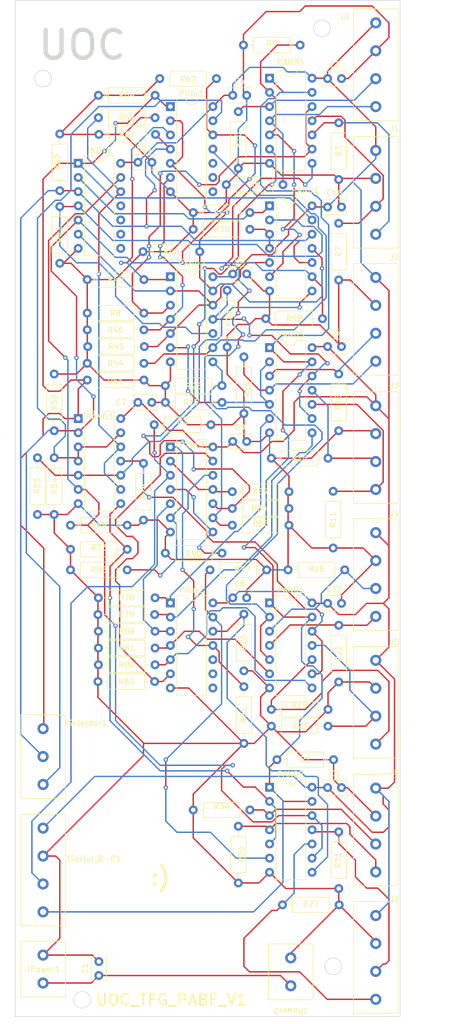
<source format=kicad_pcb>
(kicad_pcb (version 20211014) (generator pcbnew)
  (layers (0 "F.Cu" signal) (31 "B.Cu" signal) (34 "B.Paste" user) (35 "F.Paste" user) (36 "B.SilkS" user "B.Silkscreen") (37 "F.SilkS" user "F.Silkscreen") (38 "B.Mask" user) (39 "F.Mask" user) (44 "Edge.Cuts" user))
  (net 0 "")
  (net 1 "Net-(C1-Pad1)")
  (net 2 "GND")
  (net 3 "VCC_SERIAL")
  (net 4 "A")
  (net 5 "AND_A_in_A")
  (net 6 "AND_C_in_B")
  (net 7 "AND_A_in_B")
  (net 8 "AND_D_in_B")
  (net 9 "AND_B_in_B")
  (net 14 "AND_K_in_B")
  (net 15 "AND_J_out")
  (net 16 "J0_RX")
  (net 17 "J0_TX")
  (net 18 "J1_RX")
  (net 19 "J1_TX")
  (net 20 "J2_RX")
  (net 21 "J2_TX")
  (net 22 "J3_RX")
  (net 23 "J3_TX")
  (net 24 "J4_RX")
  (net 25 "J4_TX")
  (net 26 "J5_RX")
  (net 27 "J5_TX")
  (net 28 "J6_RX")
  (net 29 "J6_TX")
  (net 30 "J7_RX")
  (net 31 "J7_TX")
  (net 32 "To_RX")
  (net 33 "TX_master")
  (net 34 "AND_A_out")
  (net 35 "AND_B_out")
  (net 36 "AND_D_out")
  (net 37 "AND_C_out")
  (net 38 "AND_E_in_A")
  (net 39 "AND_E_out")
  (net 40 "AND_F_in_A")
  (net 41 "AND_F_out")
  (net 42 "AND_H_out")
  (net 43 "AND_H_in_B")
  (net 44 "AND_G_out")
  (net 45 "AND_I_out")
  (net 46 "AND_M_out")
  (net 47 "AND_K_out")
  (net 48 "RX_MJ0")
  (net 49 "RX_MJ1")
  (net 50 "RX_MJ2")
  (net 51 "RX_MJ3")
  (net 52 "RX_MJ4")
  (net 53 "RX_MJ5")
  (net 54 "RX_MJ6")
  (net 55 "RX_MJ7")
  (net 59 "XO_B_in_B")
  (net 60 "XO_C_in_A")
  (net 64 "XO_C_in_B")
  (net 65 "XO_A_in_A")
  (net 66 "XO_A_in_B")
  (net 67 "XO_B_in_A")
  (footprint "Resistor_THT:R_Axial_DIN0207_L6.3mm_D2.5mm_P10.16mm_Horizontal" (layer "F.Cu") (at 161 35.92 -90)
    (fp_text reference "R3")
    (fp_text value "R")
  )
  (footprint "Resistor_THT:R_Axial_DIN0207_L6.3mm_D2.5mm_P10.16mm_Horizontal" (layer "F.Cu") (at 128.08 35 180)
    (fp_text reference "R52")
    (fp_text value "R")
  )
  (footprint "Resistor_THT:R_Axial_DIN0207_L6.3mm_D2.5mm_P10.16mm_Horizontal" (layer "F.Cu") (at 149.92 150)
    (fp_text reference "R1")
    (fp_text value "R")
  )
  (footprint "Library:Conn 4x5" (layer "F.Cu") (at 108 162.26)
    (fp_text reference "JSerial_R-P1")
    (fp_text value "Conn_01x04_Female")
  )
  (footprint "Resistor_THT:R_Axial_DIN0207_L6.3mm_D2.5mm_P10.16mm_Horizontal" (layer "F.Cu") (at 127.92 90)
    (fp_text reference "R2")
    (fp_text value "R")
  )
  (footprint "Resistor_THT:R_Axial_DIN0207_L6.3mm_D2.5mm_P10.16mm_Horizontal" (layer "F.Cu") (at 115.92 73)
    (fp_text reference "R46")
    (fp_text value "R")
  )
  (footprint "Package_DIP:DIP-14_W7.62mm" (layer "F.Cu") (at 130.82 93.98)
    (fp_text reference "PXor3")
    (fp_text value "7486_XOR")
  )
  (footprint "Library:Conn 4x5" (layer "F.Cu") (at 167.64 18.02)
    (fp_text reference "J0")
    (fp_text value "Conn_01x04_Female")
  )
  (footprint "Capacitor_THT:C_Rect_L4.0mm_W2.5mm_P2.50mm" (layer "F.Cu") (at 125 43)
    (fp_text reference "C11")
    (fp_text value "CAP")
  )
  (footprint "Resistor_THT:R_Axial_DIN0207_L6.3mm_D2.5mm_P10.16mm_Horizontal" (layer "F.Cu") (at 123.08 108 180)
    (fp_text reference "R69")
    (fp_text value "R")
  )
  (footprint "Package_DIP:DIP-14_W7.62mm" (layer "F.Cu") (at 114.3 43.175)
    (fp_text reference "INOT1")
    (fp_text value "7407_Hex_Inverter")
  )
  (footprint "Library:Conn 4x5" (layer "F.Cu") (at 167.64 109.34)
    (fp_text reference "J4")
    (fp_text value "Conn_01x04_Female")
  )
  (footprint "Resistor_THT:R_Axial_DIN0207_L6.3mm_D2.5mm_P10.16mm_Horizontal" (layer "F.Cu") (at 110 106.08 90)
    (fp_text reference "R54")
    (fp_text value "R")
  )
  (footprint "Capacitor_THT:C_Rect_L4.0mm_W2.5mm_P2.50mm" (layer "F.Cu") (at 159 122)
    (fp_text reference "C12")
    (fp_text value "CAP")
  )
  (footprint "Resistor_THT:R_Axial_DIN0207_L6.3mm_D2.5mm_P10.16mm_Horizontal" (layer "F.Cu") (at 115.92 79)
    (fp_text reference "R44")
    (fp_text value "R")
  )
  (footprint "Resistor_THT:R_Axial_DIN0207_L6.3mm_D2.5mm_P10.16mm_Horizontal" (layer "F.Cu") (at 117.84 136)
    (fp_text reference "R83")
    (fp_text value "R")
  )
  (footprint "Resistor_THT:R_Axial_DIN0207_L6.3mm_D2.5mm_P10.16mm_Horizontal" (layer "F.Cu") (at 112.92 112.32)
    (fp_text reference "R33")
    (fp_text value "R")
  )
  (footprint "Resistor_THT:R_Axial_DIN0207_L6.3mm_D2.5mm_P10.16mm_Horizontal" (layer "F.Cu") (at 161 173.08 90)
    (fp_text reference "R31")
    (fp_text value "R")
  )
  (footprint "Resistor_THT:R_Axial_DIN0207_L6.3mm_D2.5mm_P10.16mm_Horizontal" (layer "F.Cu") (at 148.92 141)
    (fp_text reference "R19")
    (fp_text value "R")
  )
  (footprint "Resistor_THT:R_Axial_DIN0207_L6.3mm_D2.5mm_P10.16mm_Horizontal" (layer "F.Cu") (at 148.92 96)
    (fp_text reference "R15")
    (fp_text value "R")
  )
  (footprint "Resistor_THT:R_Axial_DIN0207_L6.3mm_D2.5mm_P10.16mm_Horizontal" (layer "F.Cu") (at 129.92 83)
    (fp_text reference "R25")
    (fp_text value "R")
  )
  (footprint "Capacitor_THT:C_Rect_L4.0mm_W2.5mm_P2.50mm" (layer "F.Cu") (at 159 155)
    (fp_text reference "C5")
    (fp_text value "CAP")
  )
  (footprint "Package_DIP:DIP-14_W7.62mm" (layer "F.Cu") (at 130.82 33.015)
    (fp_text reference "PXor1")
    (fp_text value "7486_XOR")
  )
  (footprint "Capacitor_THT:C_Rect_L4.0mm_W2.5mm_P2.50mm" (layer "F.Cu") (at 142 31)
    (fp_text reference "C4")
    (fp_text value "CAP")
  )
  (footprint "Resistor_THT:R_Axial_DIN0207_L6.3mm_D2.5mm_P10.16mm_Horizontal" (layer "F.Cu") (at 126 107.08 90)
    (fp_text reference "R24")
    (fp_text value "R")
  )
  (footprint "Resistor_THT:R_Axial_DIN0207_L6.3mm_D2.5mm_P10.16mm_Horizontal" (layer "F.Cu") (at 143.92 22)
    (fp_text reference "R9")
    (fp_text value "R")
  )
  (footprint "Library:Conn 4x5" (layer "F.Cu") (at 167.64 177.92)
    (fp_text reference "J7")
    (fp_text value "Conn_01x04_Female")
  )
  (footprint "Resistor_THT:R_Axial_DIN0207_L6.3mm_D2.5mm_P10.16mm_Horizontal" (layer "F.Cu") (at 160 101.92 -90)
    (fp_text reference "R11")
    (fp_text value "R")
  )
  (footprint "Resistor_THT:R_Axial_DIN0207_L6.3mm_D2.5mm_P10.16mm_Horizontal" (layer "F.Cu") (at 111 61.08 90)
    (fp_text reference "R43")
    (fp_text value "R")
  )
  (footprint "Resistor_THT:R_Axial_DIN0207_L6.3mm_D2.5mm_P10.16mm_Horizontal" (layer "F.Cu") (at 151 47 180)
    (fp_text reference "R6")
    (fp_text value "R")
  )
  (footprint "Package_DIP:DIP-14_W7.62mm" (layer "F.Cu") (at 114.3 88.895)
    (fp_text reference "PAND3")
    (fp_text value "7408_and")
  )
  (footprint "Resistor_THT:R_Axial_DIN0207_L6.3mm_D2.5mm_P10.16mm_Horizontal" (layer "F.Cu") (at 111 37.92 -90)
    (fp_text reference "R60")
    (fp_text value "R")
  )
  (footprint "Capacitor_THT:C_Rect_L4.0mm_W2.5mm_P2.50mm" (layer "F.Cu") (at 159 28)
    (fp_text reference "C2")
    (fp_text value "CAP")
  )
  (footprint "Capacitor_THT:C_Rect_L4.0mm_W2.5mm_P2.50mm" (layer "F.Cu") (at 142 93)
    (fp_text reference "C9")
    (fp_text value "CAP")
  )
  (footprint "Resistor_THT:R_Axial_DIN0207_L6.3mm_D2.5mm_P10.16mm_Horizontal" (layer "F.Cu") (at 128.92 28)
    (fp_text reference "R62")
    (fp_text value "R")
  )
  (footprint "Library:Conn 4x5" (layer "F.Cu") (at 167.64 86.6)
    (fp_text reference "J3")
    (fp_text value "Conn_01x04_Female")
  )
  (footprint "Package_DIP:DIP-14_W7.62mm" (layer "F.Cu") (at 130.82 121.92)
    (fp_text reference "PXor2")
    (fp_text value "7486_XOR")
  )
  (footprint "Resistor_THT:R_Axial_DIN0207_L6.3mm_D2.5mm_P10.16mm_Horizontal" (layer "F.Cu") (at 125.92 59)
    (fp_text reference "R48")
    (fp_text value "R")
  )
  (footprint "Package_DIP:DIP-14_W7.62mm" (layer "F.Cu") (at 148.6 27.935)
    (fp_text reference "PAND4")
    (fp_text value "7408_and")
  )
  (footprint "Package_DIP:DIP-14_W7.62mm" (layer "F.Cu") (at 148.6 121.915)
    (fp_text reference "PAND6")
    (fp_text value "7408_and")
  )
  (footprint "Resistor_THT:R_Axial_DIN0207_L6.3mm_D2.5mm_P10.16mm_Horizontal" (layer "F.Cu") (at 115.92 70)
    (fp_text reference "R8")
    (fp_text value "R")
  )
  (footprint "Resistor_THT:R_Axial_DIN0207_L6.3mm_D2.5mm_P10.16mm_Horizontal" (layer "F.Cu") (at 117.92 127)
    (fp_text reference "R89")
    (fp_text value "R")
  )
  (footprint "Package_DIP:DIP-14_W7.62mm" (layer "F.Cu") (at 148.6 154.935)
    (fp_text reference "PAND7")
    (fp_text value "7408_and")
  )
  (footprint "Library:Conn2x5" (layer "F.Cu") (at 108 185)
    (fp_text reference "JPower1")
    (fp_text value "Conn_01x02_Female")
  )
  (footprint "Resistor_THT:R_Axial_DIN0207_L6.3mm_D2.5mm_P10.16mm_Horizontal" (layer "F.Cu") (at 161 64.08 90)
    (fp_text reference "R7")
    (fp_text value "R")
  )
  (footprint "Library:Conn 4x5" (layer "F.Cu") (at 167.64 155.1)
    (fp_text reference "J6")
    (fp_text value "Conn_01x04_Female")
  )
  (footprint "Capacitor_THT:C_Rect_L4.0mm_W2.5mm_P2.50mm" (layer "F.Cu") (at 159 76)
    (fp_text reference "C6")
    (fp_text value "CAP")
  )
  (footprint "Resistor_THT:R_Axial_DIN0207_L6.3mm_D2.5mm_P10.16mm_Horizontal" (layer "F.Cu") (at 110 80.92 -90)
    (fp_text reference "R59")
    (fp_text value "R")
  )
  (footprint "Resistor_THT:R_Axial_DIN0207_L6.3mm_D2.5mm_P10.16mm_Horizontal" (layer "F.Cu") (at 107 106.08 90)
    (fp_text reference "R53")
    (fp_text value "R")
  )
  (footprint "Resistor_THT:R_Axial_DIN0207_L6.3mm_D2.5mm_P10.16mm_Horizontal" (layer "F.Cu") (at 129.92 86)
    (fp_text reference "R17")
    (fp_text value "R")
  )
  (footprint "Resistor_THT:R_Axial_DIN0207_L6.3mm_D2.5mm_P10.16mm_Horizontal" (layer "F.Cu") (at 144 134.08 90)
    (fp_text reference "R76")
    (fp_text value "R")
  )
  (footprint "Resistor_THT:R_Axial_DIN0207_L6.3mm_D2.5mm_P10.16mm_Horizontal" (layer "F.Cu") (at 118 38)
    (fp_text reference "R67")
    (fp_text value "R")
  )
  (footprint "Library:Conn 4x5" (layer "F.Cu") (at 167.64 132.2)
    (fp_text reference "J5")
    (fp_text value "Conn_01x04_Female")
  )
  (footprint "Resistor_THT:R_Axial_DIN0207_L6.3mm_D2.5mm_P10.16mm_Horizontal" (layer "F.Cu") (at 115.92 64)
    (fp_text reference "R49")
    (fp_text value "R")
  )
  (footprint "Resistor_THT:R_Axial_DIN0207_L6.3mm_D2.5mm_P10.16mm_Horizontal" (layer "F.Cu") (at 117.92 133)
    (fp_text reference "R80")
    (fp_text value "R")
  )
  (footprint "Capacitor_THT:C_Rect_L4.0mm_W2.5mm_P2.50mm" (layer "F.Cu") (at 142 63)
    (fp_text reference "C3")
    (fp_text value "CAP")
  )
  (footprint "Resistor_THT:R_Axial_DIN0207_L6.3mm_D2.5mm_P10.16mm_Horizontal" (layer "F.Cu") (at 161 91.08 90)
    (fp_text reference "R18")
    (fp_text value "R")
  )
  (footprint "Resistor_THT:R_Axial_DIN0207_L6.3mm_D2.5mm_P10.16mm_Horizontal" (layer "F.Cu") (at 112.92 116)
    (fp_text reference "R86")
    (fp_text value "R")
  )
  (footprint "Resistor_THT:R_Axial_DIN0207_L6.3mm_D2.5mm_P10.16mm_Horizontal" (layer "F.Cu") (at 117.92 31)
    (fp_text reference "R64")
    (fp_text value "R")
  )
  (footprint "Resistor_THT:R_Axial_DIN0207_L6.3mm_D2.5mm_P10.16mm_Horizontal" (layer "F.Cu") (at 116 76)
    (fp_text reference "R45")
    (fp_text value "R")
  )
  (footprint "Library:Conn 4x5" (layer "F.Cu") (at 167.64 63.62)
    (fp_text reference "J2")
    (fp_text value "Conn_01x04_Female")
  )
  (footprint "Library:Conn 35" (layer "F.Cu") (at 108 144.44)
    (fp_text reference "JSelector1")
    (fp_text value "Conn_01x03_Female")
  )
  (footprint "Resistor_THT:R_Axial_DIN0207_L6.3mm_D2.5mm_P10.16mm_Horizontal" (layer "F.Cu") (at 117.92 121)
    (fp_text reference "R78")
    (fp_text value "R")
  )
  (footprint "Resistor_THT:R_Axial_DIN0207_L6.3mm_D2.5mm_P10.16mm_Horizontal" (layer "F.Cu") (at 151.92 116)
    (fp_text reference "R26")
    (fp_text value "R")
  )
  (footprint "Resistor_THT:R_Axial_DIN0207_L6.3mm_D2.5mm_P10.16mm_Horizontal" (layer "F.Cu") (at 134.92 55)
    (fp_text reference "R38")
    (fp_text value "R")
  )
  (footprint "Resistor_THT:R_Axial_DIN0207_L6.3mm_D2.5mm_P10.16mm_Horizontal" (layer "F.Cu") (at 117.84 124)
    (fp_text reference "R79")
    (fp_text value "R")
  )
  (footprint "Resistor_THT:R_Axial_DIN0207_L6.3mm_D2.5mm_P10.16mm_Horizontal" (layer "F.Cu") (at 144 147.08 90)
    (fp_text reference "R82")
    (fp_text value "R")
  )
  (footprint "Resistor_THT:R_Axial_DIN0207_L6.3mm_D2.5mm_P10.16mm_Horizontal" (layer "F.Cu") (at 148.92 144)
    (fp_text reference "R23")
    (fp_text value "R")
  )
  (footprint "Resistor_THT:R_Axial_DIN0207_L6.3mm_D2.5mm_P10.16mm_Horizontal" (layer "F.Cu") (at 148.08 116 180)
    (fp_text reference "R77")
    (fp_text value "R")
  )
  (footprint "Resistor_THT:R_Axial_DIN0207_L6.3mm_D2.5mm_P10.16mm_Horizontal" (layer "F.Cu") (at 143 44.08 90)
    (fp_text reference "R10")
    (fp_text value "R")
  )
  (footprint "Resistor_THT:R_Axial_DIN0207_L6.3mm_D2.5mm_P10.16mm_Horizontal" (layer "F.Cu") (at 129.92 113)
    (fp_text reference "R90")
    (fp_text value "R")
  )
  (footprint "Resistor_THT:R_Axial_DIN0207_L6.3mm_D2.5mm_P10.16mm_Horizontal" (layer "F.Cu") (at 152.08 102 180)
    (fp_text reference "R87")
    (fp_text value "R")
  )
  (footprint "Resistor_THT:R_Axial_DIN0207_L6.3mm_D2.5mm_P10.16mm_Horizontal" (layer "F.Cu") (at 152.08 105 180)
    (fp_text reference "R84")
    (fp_text value "R")
  )
  (footprint "Capacitor_THT:C_Rect_L4.0mm_W2.5mm_P2.50mm" (layer "F.Cu") (at 159 51)
    (fp_text reference "C10")
    (fp_text value "CAP")
  )
  (footprint "Resistor_THT:R_Axial_DIN0207_L6.3mm_D2.5mm_P10.16mm_Horizontal" (layer "F.Cu") (at 134.92 52)
    (fp_text reference "R41")
    (fp_text value "R")
  )
  (footprint "Resistor_THT:R_Axial_DIN0207_L6.3mm_D2.5mm_P10.16mm_Horizontal" (layer "F.Cu") (at 126.08 82 180)
    (fp_text reference "R61")
    (fp_text value "R")
  )
  (footprint "Library:Conn2x5" (layer "F.Cu") (at 152.4 190.5 180)
    (fp_text reference "JPower2")
    (fp_text value "Conn_01x02_Female")
  )
  (footprint "Library:Conn 4x5" (layer "F.Cu") (at 167.64 40.88)
    (fp_text reference "J1")
    (fp_text value "Conn_01x04_Female")
  )
  (footprint "Package_DIP:DIP-14_W7.62mm" (layer "F.Cu") (at 148.6 50.795)
    (fp_text reference "PAND1")
    (fp_text value "7408_and")
  )
  (footprint "Resistor_THT:R_Axial_DIN0207_L6.3mm_D2.5mm_P10.16mm_Horizontal" (layer "F.Cu") (at 143 161.92 -90)
    (fp_text reference "R30")
    (fp_text value "R")
  )
  (footprint "Capacitor_THT:C_Rect_L4.0mm_W2.5mm_P2.50mm" (layer "F.Cu") (at 125 86)
    (fp_text reference "C7")
    (fp_text value "CAP")
  )
  (footprint "Resistor_THT:R_Axial_DIN0207_L6.3mm_D2.5mm_P10.16mm_Horizontal" (layer "F.Cu") (at 152.08 108 180)
    (fp_text reference "R85")
    (fp_text value "R")
  )
  (footprint "Resistor_THT:R_Axial_DIN0207_L6.3mm_D2.5mm_P10.16mm_Horizontal" (layer "F.Cu") (at 117.92 130)
    (fp_text reference "R81")
    (fp_text value "R")
  )
  (footprint "Resistor_THT:R_Axial_DIN0207_L6.3mm_D2.5mm_P10.16mm_Horizontal" (layer "F.Cu") (at 134.92 159)
    (fp_text reference "R34")
    (fp_text value "R")
  )
  (footprint "Resistor_THT:R_Axial_DIN0207_L6.3mm_D2.5mm_P10.16mm_Horizontal" (layer "F.Cu") (at 141 76.08 90)
    (fp_text reference "R16")
    (fp_text value "R")
  )
  (footprint "Resistor_THT:R_Axial_DIN0207_L6.3mm_D2.5mm_P10.16mm_Horizontal" (layer "F.Cu") (at 161 125.92 -90)
    (fp_text reference "R22")
    (fp_text value "R")
  )
  (footprint "Resistor_THT:R_Axial_DIN0207_L6.3mm_D2.5mm_P10.16mm_Horizontal" (layer "F.Cu") (at 150.92 176)
    (fp_text reference "R27")
    (fp_text value "R")
  )
  (footprint "Capacitor_THT:C_Rect_L4.0mm_W2.5mm_P2.50mm" (layer "F.Cu") (at 142 121)
    (fp_text reference "C8")
    (fp_text value "CAP")
  )
  (footprint "Resistor_THT:R_Axial_DIN0207_L6.3mm_D2.5mm_P10.16mm_Horizontal" (layer "F.Cu") (at 144 77.84 -90)
    (fp_text reference "R14")
    (fp_text value "R")
  )
  (footprint "Package_DIP:DIP-14_W7.62mm" (layer "F.Cu") (at 148.6 76.2)
    (fp_text reference "PAND5")
    (fp_text value "7408_and")
  )
  (footprint "Resistor_THT:R_Axial_DIN0207_L6.3mm_D2.5mm_P10.16mm_Horizontal" (layer "F.Cu") (at 147.92 71)
    (fp_text reference "R58")
    (fp_text value "R")
  )
  (footprint "Capacitor_THT:C_Rect_L4.0mm_W2.5mm_P2.50mm" (layer "F.Cu") (at 118 188.66 90)
    (fp_text reference "C1")
    (fp_text value "CAP")
  )
  (footprint "Package_DIP:DIP-14_W7.62mm" (layer "F.Cu") (at 130.82 63.5)
    (fp_text reference "PAND2")
    (fp_text value "7408_and")
  )
  (gr_circle (center 115 193) (end 116.5 193) (layer "Edge.Cuts") (width 0.1) (fill none))
  (gr_circle (center 158 19) (end 159.5 19) (layer "Edge.Cuts") (width 0.1) (fill none))
  (gr_circle (center 160 187) (end 161.5 187) (layer "Edge.Cuts") (width 0.1) (fill none))
  (gr_rect (start 172 196) (end 103 14) (layer "Edge.Cuts") (width 0.1) (fill none))
  (gr_circle (center 108 28) (end 109.5 28) (layer "Edge.Cuts") (width 0.1) (fill none))
  (gr_text ":)" (at 129 171) (layer "F.SilkS") (effects (font (size 3 3) (thickness 0.45))))
  (gr_text "UOC_TFG_PABF_V1" (at 131 193) (layer "F.SilkS") (effects (font (size 2 2) (thickness 0.3))))
  (gr_text "UOC" (at 115 22) (layer "Edge.Cuts") (effects (font (size 5 5) (thickness 0.75))))
  (segment (start 116.66 190) (end 118 188.66) (width 0.25) (layer "F.Cu") (net 1))
  (segment (start 108 190) (end 116.66 190) (width 0.25) (layer "F.Cu") (net 1))
  (segment (start 118 188.66) (end 150.56 188.66) (width 0.25) (layer "F.Cu") (net 1))
  (segment (start 150.56 188.66) (end 152.4 190.5) (width 0.25) (layer "F.Cu") (net 1))
  (segment (start 131.045 114.125) (end 146.205 114.125) (width 0.25) (layer "F.Cu") (net 2))
  (segment (start 146.08 71) (end 145.04 72.04) (width 0.25) (layer "F.Cu") (net 2))
  (segment (start 143.905 43.175) (end 143 44.08) (width 0.25) (layer "F.Cu") (net 2))
  (segment (start 150 145) (end 149.96 145.04) (width 0.25) (layer "F.Cu") (net 2))
  (segment (start 152.4 184.68) (end 152.4 185.5) (width 0.25) (layer "F.Cu") (net 2))
  (segment (start 149.96 145.04) (end 148.92 144) (width 0.25) (layer "F.Cu") (net 2))
  (segment (start 140.84 50.16) (end 139 52) (width 0.25) (layer "F.Cu") (net 2))
  (segment (start 127.08 83) (end 126.08 82) (width 0.25) (layer "F.Cu") (net 2))
  (segment (start 118.92 82) (end 115.92 79) (width 0.25) (layer "F.Cu") (net 2))
  (segment (start 134.92 159) (end 134.92 156.16) (width 0.25) (layer "F.Cu") (net 2))
  (segment (start 141 76.08) (end 141 74) (width 0.25) (layer "F.Cu") (net 2))
  (segment (start 147.535 66.035) (end 148.6 66.035) (width 0.25) (layer "F.Cu") (net 2))
  (segment (start 110 106.08) (end 112.355 106.08) (width 0.25) (layer "F.Cu") (net 2))
  (segment (start 125.08 108) (end 126 107.08) (width 0.25) (layer "F.Cu") (net 2))
  (segment (start 167.64 160.1) (end 162.54 155) (width 0.25) (layer "F.Cu") (net 2))
  (segment (start 129.92 113) (end 131.045 114.125) (width 0.25) (layer "F.Cu") (net 2))
  (segment (start 111 37.92) (end 117.92 31) (width 0.25) (layer "F.Cu") (net 2))
  (segment (start 110.26 167.26) (end 108 167.26) (width 0.25) (layer "F.Cu") (net 2))
  (segment (start 148.6 170.175) (end 151.505 173.08) (width 0.25) (layer "F.Cu") (net 2))
  (segment (start 161 64.08) (end 163.1 64.08) (width 0.25) (layer "F.Cu") (net 2))
  (segment (start 144 92.5) (end 144.5 93) (width 0.25) (layer "F.Cu") (net 2))
  (segment (start 144.5 119.58) (end 148.08 116) (width 0.25) (layer "F.Cu") (net 2))
  (segment (start 126.08 82) (end 118.92 82) (width 0.25) (layer "F.Cu") (net 2))
  (segment (start 129.92 83) (end 127.08 83) (width 0.25) (layer "F.Cu") (net 2))
  (segment (start 159.08 141) (end 159.08 138) (width 0.25) (layer "F.Cu") (net 2))
  (segment (start 129.92 110.12) (end 130.82 109.22) (width 0.25) (layer "F.Cu") (net 2))
  (segment (start 167 15) (end 170 18) (width 0.25) (layer "F.Cu") (net 2))
  (segment (start 117.84 138.84) (end 126 147) (width 0.25) (layer "F.Cu") (net 2))
  (segment (start 115.92 79) (end 115.92 64) (width 0.25) (layer "F.Cu") (net 2))
  (segment (start 143.92 30.42) (end 144.5 31) (width 0.25) (layer "F.Cu") (net 2))
  (segment (start 155.08 145) (end 150 145) (width 0.25) (layer "F.Cu") (net 2))
  (segment (start 141 74) (end 142.96 72.04) (width 0.25) (layer "F.Cu") (net 2))
  (segment (start 161.2 45.88) (end 161 46.08) (width 0.25) (layer "F.Cu") (net 2))
  (segment (start 166.52 136.08) (end 167.64 137.2) (width 0.25) (layer "F.Cu") (net 2))
  (segment (start 142 90) (end 144 88) (width 0.25) (layer "F.Cu") (net 2))
  (segment (start 161 46.08) (end 161 50.5) (width 0.25) (layer "F.Cu") (net 2))
  (segment (start 127.5 43) (end 122.5 38) (width 0.25) (layer "F.Cu") (net 2))
  (segment (start 143.92 20.08) (end 148 16) (width 0.25) (layer "F.Cu") (net 2))
  (segment (start 160 112.08) (end 165.38 112.08) (width 0.25) (layer "F.Cu") (net 2))
  (segment (start 157.625 72.125) (end 149.045 72.125) (width 0.25) (layer "F.Cu") (net 2))
  (segment (start 160.08 150) (end 154.92 150) (width 0.25) (layer "F.Cu") (net 2))
  (segment (start 151.505 173.08) (end 161 173.08) (width 0.25) (layer "F.Cu") (net 2))
  (segment (start 155 15) (end 167 15) (width 0.25) (layer "F.Cu") (net 2))
  (segment (start 147.04 93) (end 148.6 91.44) (width 0.25) (layer "F.Cu") (net 2))
  (segment (start 161.5 122) (end 161.5 120.48) (width 0.25) (layer "F.Cu") (net 2))
  (segment (start 111.08 38) (end 111 37.92) (width 0.25) (layer "F.Cu") (net 2))
  (segment (start 134.92 52) (end 134.92 55) (width 0.25) (layer "F.Cu") (net 2))
  (segment (start 114 80.92) (end 115.92 79) (width 0.25) (layer "F.Cu") (net 2))
  (segment (start 167.64 182.56) (end 167.64 182.92) (width 0.25) (layer "F.Cu") (net 2))
  (segment (start 138.08 90) (end 142 90) (width 0.25) (layer "F.Cu") (net 2))
  (segment (start 165.38 112.08) (end 167.64 114.34) (width 0.25) (layer "F.Cu") (net 2))
  (segment (start 159.08 138) (end 161 136.08) (width 0.25) (layer "F.Cu") (net 2))
  (segment (start 167.64 45.88) (end 161.2 45.88) (width 0.25) (layer "F.Cu") (net 2))
  (segment (start 130.82 48.255) (end 134.565 52) (width 0.25) (layer "F.Cu") (net 2))
  (segment (start 149.045 72.125) (end 147.92 71) (width 0.25) (layer "F.Cu") (net 2))
  (segment (start 167.12 91.08) (end 167.64 91.6) (width 0.25) (layer "F.Cu") (net 2))
  (segment (start 148 16) (end 154 16) (width 0.25) (layer "F.Cu") (net 2))
  (segment (start 163.1 64.08) (end 167.64 68.62) (width 0.25) (layer "F.Cu") (net 2))
  (segment (start 129.92 83) (end 129.92 86) (width 0.25) (layer "F.Cu") (net 2))
  (segment (start 161 50.5) (end 161.5 51) (width 0.25) (layer "F.Cu") (net 2))
  (segment (start 134.92 159) (end 134.92 164) (width 0.25) (layer "F.Cu") (net 2))
  (segment (start 110 109.4) (end 112.92 112.32) (width 0.25) (layer "F.Cu") (net 2))
  (segment (start 161 64.08) (end 161 75.5) (width 0.25) (layer "F.Cu") (net 2))
  (segment (start 144.5 63) (end 147.535 66.035) (width 0.25) (layer "F.Cu") (net 2))
  (segment (start 161.08 176) (end 152.4 184.68) (width 0.25) (layer "F.Cu") (net 2))
  (segment (start 144 84) (end 144 88) (width 0.25) (layer "F.Cu") (net 2))
  (segment (start 111 168) (end 110.26 167.26) (width 0.25) (layer "F.Cu") (net 2))
  (segment (start 151.92 102.16) (end 152.08 102) (width 0.25) (layer "F.Cu") (net 2))
  (segment (start 145.84 147.08) (end 148.92 144) (width 0.25) (layer "F.Cu") (net 2))
  (segment (start 161 75.5) (end 161.5 76) (width 0.25) (layer "F.Cu") (net 2))
  (segment (start 161 175.92) (end 161.08 176) (width 0.25) (layer "F.Cu") (net 2))
  (segment (start 144.5 121) (end 144.5 119.58) (width 0.25) (layer "F.Cu") (net 2))
  (segment (start 126.08 147.08) (end 144 147.08) (width 0.25) (layer "F.Cu") (net 2))
  (segment (start 148.6 43.175) (end 143.905 43.175) (width 0.25) (layer "F.Cu") (net 2))
  (segment (start 152.08 99.16) (end 148.92 96) (width 0.25) (layer "F.Cu") (net 2))
  (segment (start 143.92 22) (end 143.92 20.08) (width 0.25) (layer "F.Cu") (net 2))
  (segment (start 148.6 70.32) (end 147.92 71) (width 0.25) (layer "F.Cu") (net 2))
  (segment (start 111.635 61.08) (end 111 61.08) (width 0.25) (layer "F.Cu") (net 2))
  (segment (start 156.08 96) (end 148.92 96) (width 0.25) (layer "F.Cu") (net 2))
  (segment (start 112.92 116) (end 112.92 112.32) (width 0.25) (layer "F.Cu") (net 2))
  (segment (start 130.82 78.74) (end 130.82 82.1) (width 0.25) (layer "F.Cu") (net 2))
  (segment (start 134.92 164) (end 143 172.08) (width 0.25) (layer "F.Cu") (net 2))
  (segment (start 147 142.08) (end 147 138.755) (width 0.25) (layer "F.Cu") (net 2))
  (segment (start 162.54 155) (end 161.5 155) (width 0.25) (layer "F.Cu") (net 2))
  (segment (start 152.08 102) (end 152.08 99.16) (width 0.25) (layer "F.Cu") (net 2))
  (segment (start 161 136.08) (end 166.52 136.08) (width 0.25) (layer "F.Cu") (net 2))
  (segment (start 159.08 141) (end 155.08 145) (width 0.25) (layer "F.Cu") (net 2))
  (segment (start 110 106.08) (end 107 106.08) (width 0.25) (layer "F.Cu") (net 2))
  (segment (start 129.92 113) (end 129.92 110.12) (width 0.25) (layer "F.Cu") (net 2))
  (segment (start 133.92 90) (end 129.92 86) (width 0.25) (layer "F.Cu") (net 2))
  (segment (start 147.92 71) (end 146.08 71) (width 0.25) (layer "F.Cu") (net 2))
  (segment (start 161.5 28) (end 162.66 28) (width 0.25) (layer "F.Cu") (net 2))
  (segment (start 125.92 59) (end 120.92 64) (width 0.25) (layer "F.Cu") (net 2))
  (segment (start 161.5 120.48) (end 167.64 114.34) (width 0.25) (layer "F.Cu") (net 2))
  (segment (start 110 106.08) (end 110 109.4) (width 0.25) (layer "F.Cu") (net 2))
  (segment (start 120.92 64) (end 115.92 64) (width 0.25) (layer "F.Cu") (net 2))
  (segment (start 160 112.08) (end 156.16 112.08) (width 0.25) (layer "F.Cu") (net 2))
  (segment (start 122.5 38) (end 118 38) (width 0.25) (layer "F.Cu") (net 2))
  (segment (start 126 147) (end 126 149.26) (width 0.25) (layer "F.Cu") (net 2))
  (segment (start 161.5 76) (end 157.625 72.125) (width 0.25) (layer "F.Cu") (net 2))
  (segment (start 144 88) (end 144 92.5) (width 0.25) (layer "F.Cu") (net 2))
  (segment (start 156.16 112.08) (end 152.08 108) (width 0.25) (layer "F.Cu") (net 2))
  (segment (start 146.695 172.08) (end 148.6 170.175) (width 0.25) (layer "F.Cu") (net 2))
  (segment (start 126 149.26) (end 108 167.26) (width 0.25) (layer "F.Cu") (net 2))
  (segment (start 117.84 136) (end 117.84 121.08) (width 0.25) (layer "F.Cu") (net 2))
  (segment (start 112.92 116) (end 117.92 121) (width 0.25) (layer "F.Cu") (net 2))
  (segment (start 143 44.84) (end 143 44.08) (width 0.25) (layer "F.Cu") (net 2))
  (segment (start 108 185) (end 111 182) (width 0.25) (layer "F.Cu") (net 2))
  (segment (start 162.66 28) (end 167.64 23.02) (width 0.25) (layer "F.Cu") (net 2))
  (segment (start 143 172.08) (end 146.695 172.08) (width 0.25) (layer "F.Cu") (net 2))
  (segment (start 160.08 153.58) (end 161.5 155) (width 0.25) (layer "F.Cu") (net 2))
  (segment (start 111 182) (end 111 168) (width 0.25) (layer "F.Cu") (net 2))
  (segment (start 160.200001 45.280001) (end 150.705001 45.280001) (width 0.25) (layer "F.Cu") (net 2))
  (segment (start 123.08 108) (end 125.08 108) (width 0.25) (layer "F.Cu") (net 2))
  (segment (start 161.08 176) (end 167.64 182.56) (width 0.25) (layer "F.Cu") (net 2))
  (segment (start 148.92 144) (end 147 142.08) (width 0.25) (layer "F.Cu") (net 2))
  (segment (start 154.92 150) (end 149.96 145.04) (width 0.25) (layer "F.Cu") (net 2))
  (segment (start 117.92 31) (end 125.92 31) (width 0.25) (layer "F.Cu") (net 2))
  (segment (start 130.82 137.16) (end 134.08 137.16) (width 0.25) (layer "F.Cu") (net 2))
  (segment (start 170 20.66) (end 167.64 23.02) (width 0.25) (layer "F.Cu") (net 2))
  (segment (start 134.92 156.16) (end 144 147.08) (width 0.25) (layer "F.Cu") (net 2))
  (segment (start 125.5 35) (end 122.5 38) (width 0.25) (layer "F.Cu") (net 2))
  (segment (start 118 38) (end 111.08 38) (width 0.25) (layer "F.Cu") (net 2))
  (segment (start 126 147) (end 126.08 147.08) (width 0.25) (layer "F.Cu") (net 2))
  (segment (start 139 52) (end 134.92 52) (width 0.25) (layer "F.Cu") (net 2))
  (segment (start 141 76.08) (end 141 81) (width 0.25) (layer "F.Cu") (net 2))
  (segment (start 161 91.08) (end 156.08 96) (width 0.25) (layer "F.Cu") (net 2))
  (segment (start 161 91.08) (end 167.12 91.08) (width 0.25) (layer "F.Cu") (net 2))
  (segment (start 128.68 107.08) (end 130.82 109.22) (width 0.25) (layer "F.Cu") (net 2))
  (segment (start 140.84 47) (end 140.84 50.16) (width 0.25) (layer "F.Cu") (net 2))
  (segment (start 144.5 93) (end 147.04 93) (width 0.25) (layer "F.Cu") (net 2))
  (segment (start 170 18) (end 170 20.66) (width 0.25) (layer "F.Cu") (net 2))
  (segment (start 114.3 58.415) (end 111.635 61.08) (width 0.25) (layer "F.Cu") (net 2))
  (segment (start 130.82 82.1) (end 129.92 83) (width 0.25) (layer "F.Cu") (net 2))
  (segment (start 126 107.08) (end 128.68 107.08) (width 0.25) (layer "F.Cu") (net 2))
  (segment (start 134.565 52) (end 134.92 52) (width 0.25) (layer "F.Cu") (net 2))
  (segment (start 160.08 150) (end 160.08 153.58) (width 0.25) (layer "F.Cu") (net 2))
  (segment (start 145.525 134.08) (end 148.6 137.155) (width 0.25) (layer "F.Cu") (net 2))
  (segment (start 134.08 137.16) (end 144 147.08) (width 0.25) (layer "F.Cu") (net 2))
  (segment (start 111 61.08) (end 113 61.08) (width 0.25) (layer "F.Cu") (net 2))
  (segment (start 146.205 114.125) (end 148.08 116) (width 0.25) (layer "F.Cu") (net 2))
  (segment (start 117.84 121.08) (end 117.92 121) (width 0.25) (layer "F.Cu") (net 2))
  (segment (start 127.5 86) (end 129.92 86) (width 0.25) (layer "F.Cu") (net 2))
  (segment (start 116.84 185) (end 118 186.16) (width 0.25) (layer "F.Cu") (net 2))
  (segment (start 161 173.08) (end 161 175.92) (width 0.25) (layer "F.Cu") (net 2))
  (segment (start 161 46.08) (end 160.200001 45.280001) (width 0.25) (layer "F.Cu") (net 2))
  (segment (start 150.705001 45.280001) (end 148.6 43.175) (width 0.25) (layer "F.Cu") (net 2))
  (segment (start 112.355 106.08) (end 114.3 104.135) (width 0.25) (layer "F.Cu") (net 2))
  (segment (start 128.08 35) (end 125.5 35) (width 0.25) (layer "F.Cu") (net 2))
  (segment (start 113 61.08) (end 115.92 64) (width 0.25) (layer "F.Cu") (net 2))
  (segment (start 117.84 136) (end 117.84 138.84) (width 0.25) (layer "F.Cu") (net 2))
  (segment (start 140.84 47) (end 143 44.84) (width 0.25) (layer "F.Cu") (net 2))
  (segment (start 148.6 66.035) (end 148.6 70.32) (width 0.25) (layer "F.Cu") (net 2))
  (segment (start 125.92 31) (end 128.92 28) (width 0.25) (layer "F.Cu") (net 2))
  (segment (start 144 147.08) (end 145.84 147.08) (width 0.25) (layer "F.Cu") (net 2))
  (segment (start 110 80.92) (end 114 80.92) (width 0.25) (layer "F.Cu") (net 2))
  (segment (start 142.96 72.04) (end 145.04 72.04) (width 0.25) (layer "F.Cu") (net 2))
  (segment (start 138.08 90) (end 133.92 90) (width 0.25) (layer "F.Cu") (net 2))
  (segment (start 141 81) (end 144 84) (width 0.25) (layer "F.Cu") (net 2))
  (segment (start 143.92 22) (end 143.92 30.42) (width 0.25) (layer "F.Cu") (net 2))
  (segment (start 130.92 59) (end 134.92 55) (width 0.25) (layer "F.Cu") (net 2))
  (segment (start 125.92 59) (end 130.92 59) (width 0.25) (layer "F.Cu") (net 2))
  (segment (start 147 138.755) (end 148.6 137.155) (width 0.25) (layer "F.Cu") (net 2))
  (segment (start 151.92 116) (end 151.92 102.16) (width 0.25) (layer "F.Cu") (net 2))
  (segment (start 144 134.08) (end 145.525 134.08) (width 0.25) (layer "F.Cu") (net 2))
  (segment (start 108 185) (end 116.84 185) (width 0.25) (layer "F.Cu") (net 2))
  (segment (start 154 16) (end 155 15) (width 0.25) (layer "F.Cu") (net 2))
  (segment (start 127.5 44.935) (end 127.5 43) (width 0.25) (layer "B.Cu") (net 2))
  (segment (start 144.5 35.5) (end 143 37) (width 0.25) (layer "B.Cu") (net 2))
  (segment (start 148.08 116) (end 151.92 116) (width 0.25) (layer "B.Cu") (net 2))
  (segment (start 123.08 108) (end 118.165 108) (width 0.25) (layer "B.Cu") (net 2))
  (segment (start 130.82 48.255) (end 127.5 44.935) (width 0.25) (layer "B.Cu") (net 2))
  (segment (start 143 37) (end 143 44.08) (width 0.25) (layer "B.Cu") (net 2))
  (segment (start 144.5 31) (end 144.5 35.5) (width 0.25) (layer "B.Cu") (net 2))
  (segment (start 118.165 108) (end 114.3 104.135) (width 0.25) (layer "B.Cu") (net 2))
  (segment (start 148.6 95.68) (end 148.92 96) (width 0.25) (layer "B.Cu") (net 2))
  (segment (start 148.6 91.44) (end 148.6 95.68) (width 0.25) (layer "B.Cu") (net 2))
  (segment (start 167.64 40.88) (end 167.64 36.64) (width 0.25) (layer "F.Cu") (net 3))
  (segment (start 142 31) (end 140.455 31) (width 0.25) (layer "F.Cu") (net 3))
  (segment (start 144 95) (end 147 95) (width 0.25) (layer "F.Cu") (net 3))
  (segment (start 167.64 155.1) (end 168.965 156.425) (width 0.25) (layer "F.Cu") (net 3))
  (segment (start 138.44 121.92) (end 141.08 121.92) (width 0.25) (layer "F.Cu") (net 3))
  (segment (start 170 111.7) (end 167.64 109.34) (width 0.25) (layer "F.Cu") (net 3))
  (segment (start 125 43) (end 122.095 43) (width 0.25) (layer "F.Cu") (net 3))
  (segment (start 156.305 122) (end 156.22 121.915) (width 0.25) (layer "F.Cu") (net 3))
  (segment (start 167.64 86.6) (end 167.64 84.64) (width 0.25) (layer "F.Cu") (net 3))
  (segment (start 159 51) (end 156.425 51) (width 0.25) (layer "F.Cu") (net 3))
  (segment (start 170 129.84) (end 167.64 132.2) (width 0.25) (layer "F.Cu") (net 3))
  (segment (start 159 122) (end 156.305 122) (width 0.25) (layer "F.Cu") (net 3))
  (segment (start 122.095 43) (end 121.92 43.175) (width 0.25) (layer "F.Cu") (net 3))
  (segment (start 170 159) (end 170 162) (width 0.25) (layer "F.Cu") (net 3))
  (segment (start 159 122) (end 161 124) (width 0.25) (layer "F.Cu") (net 3))
  (segment (start 154 85) (end 166.04 85) (width 0.25) (layer "F.Cu") (net 3))
  (segment (start 156.22 50.795) (end 152 55.015) (width 0.25) (layer "F.Cu") (net 3))
  (segment (start 167.64 36.64) (end 159 28) (width 0.25) (layer "F.Cu") (net 3))
  (segment (start 171 135.56) (end 171 154) (width 0.25) (layer "F.Cu") (net 3))
  (segment (start 149.725 58.275) (end 149.725 58.880991) (width 0.25) (layer "F.Cu") (net 3))
  (segment (start 141.02 93.98) (end 142 93) (width 0.25) (layer "F.Cu") (net 3))
  (segment (start 169.9 155.1) (end 167.64 155.1) (width 0.25) (layer "F.Cu") (net 3))
  (segment (start 167.64 132.2) (end 171 135.56) (width 0.25) (layer "F.Cu") (net 3))
  (segment (start 170 123) (end 170 129.84) (width 0.25) (layer "F.Cu") (net 3))
  (segment (start 158.935 27.935) (end 159 28) (width 0.25) (layer "F.Cu") (net 3))
  (segment (start 122.105 88.895) (end 121.92 88.895) (width 0.25) (layer "F.Cu") (net 3))
  (segment (start 141.08 121.92) (end 142 121) (width 0.25) (layer "F.Cu") (net 3))
  (segment (start 159 76) (end 156.42 76) (width 0.25) (layer "F.Cu") (net 3))
  (segment (start 153 91) (end 153 86) (width 0.25) (layer "F.Cu") (net 3))
  (segment (start 167.64 84.64) (end 159 76) (width 0.25) (layer "F.Cu") (net 3))
  (segment (start 170 65.98) (end 167.64 63.62) (width 0.25) (layer "F.Cu") (net 3))
  (segment (start 170 88.96) (end 170 65.98) (width 0.25) (layer "F.Cu") (net 3))
  (segment (start 164 124) (end 166 122) (width 0.25) (layer "F.Cu") (net 3))
  (segment (start 142 93) (end 144 95) (width 0.25) (layer "F.Cu") (net 3))
  (segment (start 159 26.66) (end 167.64 18.02) (width 0.25) (layer "F.Cu") (net 3))
  (segment (start 130.510992 91) (end 125.510991 86) (width 0.25) (layer "F.Cu") (net 3))
  (segment (start 125 86) (end 122.105 88.895) (width 0.25) (layer "F.Cu") (net 3))
  (segment (start 170 88.96) (end 167.64 86.6) (width 0.25) (layer "F.Cu") (net 3))
  (segment (start 140.455 31) (end 138.44 33.015) (width 0.25) (layer "F.Cu") (net 3))
  (segment (start 149.065991 59.54) (end 145.46 59.54) (width 0.25) (layer "F.Cu") (net 3))
  (segment (start 168.965 156.425) (end 168.965 157.965) (width 0.25) (layer "F.Cu") (net 3))
  (segment (start 156.22 27.935) (end 158.935 27.935) (width 0.25) (layer "F.Cu") (net 3))
  (segment (start 156.425 51) (end 156.22 50.795) (width 0.25) (layer "F.Cu") (net 3))
  (segment (start 152 56) (end 152 55) (width 0.25) (layer "F.Cu") (net 3))
  (segment (start 169 122) (end 170 121) (width 0.25) (layer "F.Cu") (net 3))
  (segment (start 166.04 85) (end 167.64 86.6) (width 0.25) (layer "F.Cu") (net 3))
  (segment (start 159 155) (end 156.285 155) (width 0.25) (layer "F.Cu") (net 3))
  (segment (start 166 122) (end 169 122) (width 0.25) (layer "F.Cu") (net 3))
  (segment (start 151 93) (end 153 91) (width 0.25) (layer "F.Cu") (net 3))
  (segment (start 169 163) (end 167 163) (width 0.25) (layer "F.Cu") (net 3))
  (segment (start 156.285 155) (end 156.22 154.935) (width 0.25) (layer "F.Cu") (net 3))
  (segment (start 153 86) (end 154 85) (width 0.25) (layer "F.Cu") (net 3))
  (segment (start 151 57) (end 149.725 58.275) (width 0.25) (layer "F.Cu") (net 3))
  (segment (start 170 111.7) (end 170 88.96) (width 0.25) (layer "F.Cu") (net 3))
  (segment (start 170 162) (end 169 163) (width 0.25) (layer "F.Cu") (net 3))
  (segment (start 149.725 58.880991) (end 149.065991 59.54) (width 0.25) (layer "F.Cu") (net 3))
  (segment (start 133 91) (end 130.510992 91) (width 0.25) (layer "F.Cu") (net 3))
  (segment (start 138.44 93.98) (end 135.98 93.98) (width 0.25) (layer "F.Cu") (net 3))
  (segment (start 152 56) (end 151 57) (width 0.25) (layer "F.Cu") (net 3))
  (segment (start 152 55.015) (end 152 56) (width 0.25) (layer "F.Cu") (net 3))
  (segment (start 161 124) (end 164 124) (width 0.25) (layer "F.Cu") (net 3))
  (segment (start 145.46 59.54) (end 142 63) (width 0.25) (layer "F.Cu") (net 3))
  (segment (start 170 121) (end 170 111.7) (width 0.25) (layer "F.Cu") (net 3))
  (segment (start 135.98 93.98) (end 133 91) (width 0.25) (layer "F.Cu") (net 3))
  (segment (start 171 154) (end 169.9 155.1) (width 0.25) (layer "F.Cu") (net 3))
  (segment (start 147 95) (end 149 93) (width 0.25) (layer "F.Cu") (net 3))
  (segment (start 168.965 157.965) (end 170 159) (width 0.25) (layer "F.Cu") (net 3))
  (segment (start 159 28) (end 159 26.66) (width 0.25) (layer "F.Cu") (net 3))
  (segment (start 156.42 76) (end 156.22 76.2) (width 0.25) (layer "F.Cu") (net 3))
  (segment (start 167 163) (end 159 155) (width 0.25) (layer "F.Cu") (net 3))
  (segment (start 125.510991 86) (end 125 86) (width 0.25) (layer "F.Cu") (net 3))
  (segment (start 138.44 93.98) (end 141.02 93.98) (width 0.25) (layer "F.Cu") (net 3))
  (segment (start 169 122) (end 170 123) (width 0.25) (layer "F.Cu") (net 3))
  (segment (start 149 93) (end 151 93) (width 0.25) (layer "F.Cu") (net 3))
  (segment (start 155.095 26.81) (end 151.81 26.81) (width 0.25) (layer "B.Cu") (net 3))
  (segment (start 163.5 46.5) (end 167.64 42.36) (width 0.25) (layer "B.Cu") (net 3))
  (segment (start 156.22 121.915) (end 154.18 119.875) (width 0.25) (layer "B.Cu") (net 3))
  (segment (start 167.64 63.62) (end 165 60.98) (width 0.25) (layer "B.Cu") (net 3))
  (segment (start 141.5 63.5) (end 142 63) (width 0.25) (layer "B.Cu") (net 3))
  (segment (start 151.81 26.81) (end 151 26) (width 0.25) (layer "B.Cu") (net 3))
  (segment (start 170 175.56) (end 170 157.46) (width 0.25) (layer "B.Cu") (net 3))
  (segment (start 117.26 153) (end 153 153) (width 0.25) (layer "B.Cu") (net 3))
  (segment (start 143.125 119.875) (end 142 121) (width 0.25) (layer "B.Cu") (net 3))
  (segment (start 159 51) (end 163.5 46.5) (width 0.25) (layer "B.Cu") (net 3))
  (segment (start 165 48) (end 163.5 46.5) (width 0.25) (layer "B.Cu") (net 3))
  (segment (start 138.44 33.015) (end 131.945 39.51) (width 0.25) (layer "B.Cu") (net 3))
  (segment (start 138.44 63.5) (end 141.5 63.5) (width 0.25) (layer "B.Cu") (net 3))
  (segment (start 167.64 177.92) (end 170 175.56) (width 0.25) (layer "B.Cu") (net 3))
  (segment (start 154.935 154.935) (end 156.22 154.935) (width 0.25) (layer "B.Cu") (net 3))
  (segment (start 167.64 42.36) (end 167.64 40.88) (width 0.25) (layer "B.Cu") (net 3))
  (segment (start 108 162.26) (end 117.26 153) (width 0.25) (layer "B.Cu") (net 3))
  (segment (start 145 26) (end 142 29) (width 0.25) (layer "B.Cu") (net 3))
  (segment (start 170 157.46) (end 167.64 155.1) (width 0.25) (layer "B.Cu") (net 3))
  (segment (start 128.49 39.51) (end 125 43) (width 0.25) (layer "B.Cu") (net 3))
  (segment (start 153 153) (end 154.935 154.935) (width 0.25) (layer "B.Cu") (net 3))
  (segment (start 156.22 27.935) (end 155.095 26.81) (width 0.25) (layer "B.Cu") (net 3))
  (segment (start 131.945 39.51) (end 128.49 39.51) (width 0.25) (layer "B.Cu") (net 3))
  (segment (start 151 26) (end 145 26) (width 0.25) (layer "B.Cu") (net 3))
  (segment (start 142 29) (end 142 31) (width 0.25) (layer "B.Cu") (net 3))
  (segment (start 154.18 119.875) (end 143.125 119.875) (width 0.25) (layer "B.Cu") (net 3))
  (segment (start 165 60.98) (end 165 48) (width 0.25) (layer "B.Cu") (net 3))
  (segment (start 108 144.44) (end 108.125 144.315) (width 0.25) (layer "F.Cu") (net 4))
  (segment (start 111 84) (end 109 84) (width 0.25) (layer "F.Cu") (net 4))
  (segment (start 111 88) (end 111.895 88.895) (width 0.25) (layer "F.Cu") (net 4))
  (segment (start 114.3 83.62) (end 115.92 82) (width 0.25) (layer "F.Cu") (net 4))
  (segment (start 130.095 33.015) (end 130.82 33.015) (width 0.25) (layer "F.Cu") (net 4))
  (segment (start 108 83) (end 108 46) (width 0.25) (layer "F.Cu") (net 4))
  (segment (start 104 108) (end 104 96) (width 0.25) (layer "F.Cu") (net 4))
  (segment (start 113 82) (end 111 84) (width 0.25) (layer "F.Cu") (net 4))
  (segment (start 104 96) (end 108 92) (width 0.25) (layer "F.Cu") (net 4))
  (segment (start 111.895 88.895) (end 114.3 88.895) (width 0.25) (layer "F.Cu") (net 4))
  (segment (start 128.08 31) (end 130.095 33.015) (width 0.25) (layer "F.Cu") (net 4))
  (segment (start 119 41) (end 116.825 43.175) (width 0.25) (layer "F.Cu") (net 4))
  (segment (start 109 88) (end 111 88) (width 0.25) (layer "F.Cu") (net 4))
  (segment (start 108.125 112.125) (end 104 108) (width 0.25) (layer "F.Cu") (net 4))
  (segment (start 108 92) (end 108 89) (width 0.25) (layer "F.Cu") (net 4))
  (segment (start 128.08 31) (end 123.08 36) (width 0.25) (layer "F.Cu") (net 4))
  (segment (start 114.3 88.895) (end 114.3 83.62) (width 0.25) (layer "F.Cu") (net 4))
  (segment (start 110.825 43.175) (end 114.3 43.175) (width 0.25) (layer "F.Cu") (net 4))
  (segment (start 108 89) (end 109 88) (width 0.25) (layer "F.Cu") (net 4))
  (segment (start 108 46) (end 110.825 43.175) (width 0.25) (layer "F.Cu") (net 4))
  (segment (start 115.92 82) (end 113 82) (width 0.25) (layer "F.Cu") (net 4))
  (segment (start 109 84) (end 108 83) (width 0.25) (layer "F.Cu") (net 4))
  (segment (start 123.08 36) (end 121 36) (width 0.25) (layer "F.Cu") (net 4))
  (segment (start 108.125 144.315) (end 108.125 112.125) (width 0.25) (layer "F.Cu") (net 4))
  (segment (start 116.825 43.175) (end 114.3 43.175) (width 0.25) (layer "F.Cu") (net 4))
  (via (at 121 36) (size 0.8) (drill 0.4) (layers "F.Cu" "B.Cu") (net 4))
  (via (at 119 41) (size 0.8) (drill 0.4) (layers "F.Cu" "B.Cu") (net 4))
  (segment (start 114.3 43.175) (end 120.505 49.38) (width 0.25) (layer "B.Cu") (net 4))
  (segment (start 121 39) (end 119 41) (width 0.25) (layer "B.Cu") (net 4))
  (segment (start 121 36) (end 121 39) (width 0.25) (layer "B.Cu") (net 4))
  (segment (start 120.505 49.38) (end 152.265 49.38) (width 0.25) (layer "B.Cu") (net 4))
  (segment (start 152.265 49.38) (end 156.22 53.335) (width 0.25) (layer "B.Cu") (net 4))
  (segment (start 145.08 52) (end 147.395 52) (width 0.25) (layer "F.Cu") (net 5))
  (segment (start 147.395 52) (end 148.6 50.795) (width 0.25) (layer "F.Cu") (net 5))
  (segment (start 133.21 52.21) (end 134.125 53.125) (width 0.25) (layer "B.Cu") (net 5))
  (segment (start 120.795 52.21) (end 133.21 52.21) (width 0.25) (layer "B.Cu") (net 5))
  (segment (start 134.125 53.125) (end 143.955 53.125) (width 0.25) (layer "B.Cu") (net 5))
  (segment (start 114.3 45.715) (end 120.795 52.21) (width 0.25) (layer "B.Cu") (net 5))
  (segment (start 143.955 53.125) (end 145.08 52) (width 0.25) (layer "B.Cu") (net 5))
  (segment (start 111 48.08) (end 114.125 48.08) (width 0.25) (layer "F.Cu") (net 6))
  (segment (start 154.045 60.955) (end 154 61) (width 0.25) (layer "F.Cu") (net 6))
  (segment (start 114.125 48.08) (end 114.3 48.255) (width 0.25) (layer "F.Cu") (net 6))
  (segment (start 128.16 38) (end 130.795 40.635) (width 0.25) (layer "F.Cu") (net 6))
  (segment (start 154 57) (end 155.095 57) (width 0.25) (layer "F.Cu") (net 6))
  (segment (start 153 60) (end 153 58) (width 0.25) (layer "F.Cu") (net 6))
  (segment (start 153 58) (end 154 57) (width 0.25) (layer "F.Cu") (net 6))
  (segment (start 128 48) (end 126.54 49.46) (width 0.25) (layer "F.Cu") (net 6))
  (segment (start 130.795 40.635) (end 130.82 40.635) (width 0.25) (layer "F.Cu") (net 6))
  (segment (start 154 61) (end 153 60) (width 0.25) (layer "F.Cu") (net 6))
  (segment (start 156.22 60.955) (end 154.045 60.955) (width 0.25) (layer "F.Cu") (net 6))
  (segment (start 126.54 49.46) (end 126.54 54.46) (width 0.25) (layer "F.Cu") (net 6))
  (segment (start 155.095 57) (end 156.22 55.875) (width 0.25) (layer "F.Cu") (net 6))
  (via (at 126.54 54.46) (size 0.8) (drill 0.4) (layers "F.Cu" "B.Cu") (net 6))
  (via (at 128 48) (size 0.8) (drill 0.4) (layers "F.Cu" "B.Cu") (net 6))
  (segment (start 130.82 40.635) (end 128.274009 40.635) (width 0.25) (layer "B.Cu") (net 6))
  (segment (start 126.54 54.46) (end 132.789009 54.46) (width 0.25) (layer "B.Cu") (net 6))
  (segment (start 108 149.44) (end 104 145.44) (width 0.25) (layer "B.Cu") (net 6))
  (segment (start 128.274009 40.635) (end 126.375 42.534009) (width 0.25) (layer "B.Cu") (net 6))
  (segment (start 108.92 48.08) (end 111 48.08) (width 0.25) (layer "B.Cu") (net 6))
  (segment (start 155.095 57) (end 156.22 55.875) (width 0.25) (layer "B.Cu") (net 6))
  (segment (start 135.329009 57) (end 155.095 57) (width 0.25) (layer "B.Cu") (net 6))
  (segment (start 126.375 45.375) (end 128 47) (width 0.25) (layer "B.Cu") (net 6))
  (segment (start 104 53) (end 108.92 48.08) (width 0.25) (layer "B.Cu") (net 6))
  (segment (start 126.375 42.534009) (end 126.375 45.375) (width 0.25) (layer "B.Cu") (net 6))
  (segment (start 114.3 48.255) (end 120.505 54.46) (width 0.25) (layer "B.Cu") (net 6))
  (segment (start 104 145.44) (end 104 53) (width 0.25) (layer "B.Cu") (net 6))
  (segment (start 120.505 54.46) (end 126.54 54.46) (width 0.25) (layer "B.Cu") (net 6))
  (segment (start 128 47) (end 128 48) (width 0.25) (layer "B.Cu") (net 6))
  (segment (start 132.789009 54.46) (end 135.329009 57) (width 0.25) (layer "B.Cu") (net 6))
  (segment (start 114.175 50.92) (end 114.3 50.795) (width 0.25) (layer "F.Cu") (net 7))
  (segment (start 111 50.92) (end 114.175 50.92) (width 0.25) (layer "F.Cu") (net 7))
  (segment (start 157.17 59.83) (end 158 59) (width 0.25) (layer "B.Cu") (net 7))
  (segment (start 121 64) (end 121 67) (width 0.25) (layer "B.Cu") (net 7))
  (segment (start 148.6 53.335) (end 153.415 53.335) (width 0.25) (layer "B.Cu") (net 7))
  (segment (start 146.306013 57.712004) (end 148.424009 59.83) (width 0.25) (layer "B.Cu") (net 7))
  (segment (start 134 57) (end 134.712004 57.712004) (width 0.25) (layer "B.Cu") (net 7))
  (segment (start 156.46 54.46) (end 154.54 54.46) (width 0.25) (layer "B.Cu") (net 7))
  (segment (start 148.424009 59.83) (end 157.17 59.83) (width 0.25) (layer "B.Cu") (net 7))
  (segment (start 158 56) (end 156.46 54.46) (width 0.25) (layer "B.Cu") (net 7))
  (segment (start 120.505 57) (end 134 57) (width 0.25) (layer "B.Cu") (net 7))
  (segment (start 118 61) (end 121 64) (width 0.25) (layer "B.Cu") (net 7))
  (segment (start 111 58) (end 114 61) (width 0.25) (layer "B.Cu") (net 7))
  (segment (start 125.875 71.875) (end 128.875001 71.875) (width 0.25) (layer "B.Cu") (net 7))
  (segment (start 128.875001 71.875) (end 129.535001 72.535) (width 0.25) (layer "B.Cu") (net 7))
  (segment (start 134.66 73.66) (end 138.44 73.66) (width 0.25) (layer "B.Cu") (net 7))
  (segment (start 111 50.92) (end 111 58) (width 0.25) (layer "B.Cu") (net 7))
  (segment (start 153.415 53.335) (end 154.54 54.46) (width 0.25) (layer "B.Cu") (net 7))
  (segment (start 121 67) (end 125.875 71.875) (width 0.25) (layer "B.Cu") (net 7))
  (segment (start 114 61) (end 118 61) (width 0.25) (layer "B.Cu") (net 7))
  (segment (start 134.712004 57.712004) (end 146.306013 57.712004) (width 0.25) (layer "B.Cu") (net 7))
  (segment (start 114.3 50.795) (end 120.505 57) (width 0.25) (layer "B.Cu") (net 7))
  (segment (start 129.535001 72.535) (end 133.535 72.535) (width 0.25) (layer "B.Cu") (net 7))
  (segment (start 133.535 72.535) (end 134.66 73.66) (width 0.25) (layer "B.Cu") (net 7))
  (segment (start 158 59) (end 158 56) (width 0.25) (layer "B.Cu") (net 7))
  (segment (start 117.045 88.69) (end 117.045 84.955) (width 0.25) (layer "F.Cu") (net 8))
  (segment (start 114 67) (end 109.45 62.45) (width 0.25) (layer "F.Cu") (net 8))
  (segment (start 144.095 38.095) (end 146 40) (width 0.25) (layer "F.Cu") (net 8))
  (segment (start 141.300305 49.699695) (end 141.300305 50.67439) (width 0.25) (layer "F.Cu") (net 8))
  (segment (start 113.945 91.08) (end 114.3 91.435) (width 0.25) (layer "F.Cu") (net 8))
  (segment (start 114 78) (end 114 67) (width 0.25) (layer "F.Cu") (net 8))
  (segment (start 141.300305 50.67439) (end 133 58.974695) (width 0.25) (layer "F.Cu") (net 8))
  (segment (start 133 58.974695) (end 133 61) (width 0.25) (layer "F.Cu") (net 8))
  (segment (start 138.44 38.095) (end 144.095 38.095) (width 0.25) (layer "F.Cu") (net 8))
  (segment (start 139.08 28) (end 137.315 29.765) (width 0.25) (layer "F.Cu") (net 8))
  (segment (start 109.45 62.45) (end 109.45 58.185) (width 0.25) (layer "F.Cu") (net 8))
  (segment (start 137.315 29.765) (end 137.315 36.97) (width 0.25) (layer "F.Cu") (net 8))
  (segment (start 158.08 71) (end 158.08 65.355) (width 0.25) (layer "F.Cu") (net 8))
  (segment (start 137.315 36.97) (end 138.44 38.095) (width 0.25) (layer "F.Cu") (net 8))
  (segment (start 145 46) (end 141.300305 49.699695) (width 0.25) (layer "F.Cu") (net 8))
  (segment (start 158.08 65.355) (end 156.22 63.495) (width 0.25) (layer "F.Cu") (net 8))
  (segment (start 114.3 91.435) (end 117.045 88.69) (width 0.25) (layer "F.Cu") (net 8))
  (segment (start 109.45 58.185) (end 114.3 53.335) (width 0.25) (layer "F.Cu") (net 8))
  (segment (start 110 91.08) (end 113.945 91.08) (width 0.25) (layer "F.Cu") (net 8))
  (via (at 146 40) (size 0.8) (drill 0.4) (layers "F.Cu" "B.Cu") (net 8))
  (via (at 117.045 84.955) (size 0.8) (drill 0.4) (layers "F.Cu" "B.Cu") (net 8))
  (via (at 114 78) (size 0.8) (drill 0.4) (layers "F.Cu" "B.Cu") (net 8))
  (via (at 145 46) (size 0.8) (drill 0.4) (layers "F.Cu" "B.Cu") (net 8))
  (via (at 133 61) (size 0.8) (drill 0.4) (layers "F.Cu" "B.Cu") (net 8))
  (segment (start 105 113) (end 105 95) (width 0.25) (layer "B.Cu") (net 8))
  (segment (start 147.37 62.37) (end 155.095 62.37) (width 0.25) (layer "B.Cu") (net 8))
  (segment (start 105 95) (end 109 91) (width 0.25) (layer "B.Cu") (net 8))
  (segment (start 123.0175 60.0175) (end 120.9825 60.0175) (width 0.25) (layer "B.Cu") (net 8))
  (segment (start 111 119) (end 105 113) (width 0.25) (layer "B.Cu") (net 8))
  (segment (start 114.3 53.335) (end 120.9825 60.0175) (width 0.25) (layer "B.Cu") (net 8))
  (segment (start 146 40) (end 146 45) (width 0.25) (layer "B.Cu") (net 8))
  (segment (start 146 61) (end 147.37 62.37) (width 0.25) (layer "B.Cu") (net 8))
  (segment (start 124 61) (end 146 61) (width 0.25) (layer "B.Cu") (net 8))
  (segment (start 124 61) (end 123.0175 60.0175) (width 0.25) (layer "B.Cu") (net 8))
  (segment (start 108 154.44) (end 111 151.44) (width 0.25) (layer "B.Cu") (net 8))
  (segment (start 109 91) (end 109.92 91) (width 0.25) (layer "B.Cu") (net 8))
  (segment (start 146 45) (end 145 46) (width 0.25) (layer "B.Cu") (net 8))
  (segment (start 109.92 91) (end 110 91.08) (width 0.25) (layer "B.Cu") (net 8))
  (segment (start 155.095 62.37) (end 156.22 63.495) (width 0.25) (layer "B.Cu") (net 8))
  (segment (start 111 151.44) (end 111 119) (width 0.25) (layer "B.Cu") (net 8))
  (segment (start 114 81.91) (end 117.045 84.955) (width 0.25) (layer "B.Cu") (net 8))
  (segment (start 114 78) (end 114 81.91) (width 0.25) (layer "B.Cu") (net 8))
  (segment (start 144.681396 60.955) (end 148.6 60.955) (width 0.25) (layer "F.Cu") (net 9))
  (segment (start 135.9 68.58) (end 130.82 73.66) (width 0.25) (layer "F.Cu") (net 9))
  (segment (start 142.045991 64.795) (end 143.375 63.465991) (width 0.25) (layer "F.Cu") (net 9))
  (segment (start 139.875 65.454009) (end 140.534009 64.795) (width 0.25) (layer "F.Cu") (net 9))
  (segment (start 140.534009 64.795) (end 142.045991 64.795) (width 0.25) (layer "F.Cu") (net 9))
  (segment (start 128.48 76) (end 130.82 73.66) (width 0.25) (layer "F.Cu") (net 9))
  (segment (start 139.875 67.145) (end 139.875 65.454009) (width 0.25) (layer "F.Cu") (net 9))
  (segment (start 135.9 66.04) (end 138.44 68.58) (width 0.25) (layer "F.Cu") (net 9))
  (segment (start 143.375 62.261396) (end 144.681396 60.955) (width 0.25) (layer "F.Cu") (net 9))
  (segment (start 138.44 68.58) (end 139.875 67.145) (width 0.25) (layer "F.Cu") (net 9))
  (segment (start 138.44 68.58) (end 135.9 68.58) (width 0.25) (layer "F.Cu") (net 9))
  (segment (start 143.375 63.465991) (end 143.375 62.261396) (width 0.25) (layer "F.Cu") (net 9))
  (segment (start 130.82 66.04) (end 135.9 66.04) (width 0.25) (layer "F.Cu") (net 9))
  (segment (start 126.16 76) (end 128.48 76) (width 0.25) (layer "F.Cu") (net 9))
  (segment (start 130.82 66.04) (end 124.465 66.04) (width 0.25) (layer "B.Cu") (net 9))
  (segment (start 124.465 66.04) (end 114.3 55.875) (width 0.25) (layer "B.Cu") (net 9))
  (segment (start 118 52.175) (end 118 63) (width 0.25) (layer "F.Cu") (net 14))
  (segment (start 121.92 48.255) (end 118 52.175) (width 0.25) (layer "F.Cu") (net 14))
  (via (at 118 63) (size 0.8) (drill 0.4) (layers "F.Cu" "B.Cu") (net 14))
  (segment (start 116 42.335) (end 121.92 48.255) (width 0.25) (layer "B.Cu") (net 14))
  (segment (start 119 98.675) (end 121.92 101.595) (width 0.25) (layer "B.Cu") (net 14))
  (segment (start 117.92 35) (end 116 36.92) (width 0.25) (layer "B.Cu") (net 14))
  (segment (start 119 96.895) (end 119 98.675) (width 0.25) (layer "B.Cu") (net 14))
  (segment (start 118 63) (end 118 90.055) (width 0.25) (layer "B.Cu") (net 14))
  (segment (start 118 90.055) (end 121.92 93.975) (width 0.25) (layer "B.Cu") (net 14))
  (segment (start 116 36.92) (end 116 42.335) (width 0.25) (layer "B.Cu") (net 14))
  (segment (start 121.92 93.975) (end 119 96.895) (width 0.25) (layer "B.Cu") (net 14))
  (segment (start 156.22 160.015) (end 150.190991 160.015) (width 0.25) (layer "F.Cu") (net 15))
  (segment (start 115.425 52.21) (end 113.79 52.21) (width 0.25) (layer "F.Cu") (net 15))
  (segment (start 121 126) (end 119.045 124.045) (width 0.25) (layer "F.Cu") (net 15))
  (segment (start 118 104) (end 115.595 101.595) (width 0.25) (layer "F.Cu") (net 15))
  (segment (start 109 75) (end 112 78) (width 0.25) (layer "F.Cu") (net 15))
  (segment (start 150.190991 160.015) (end 149.065991 161.14) (width 0.25) (layer "F.Cu") (net 15))
  (segment (start 113.79 52.21) (end 109 57) (width 0.25) (layer "F.Cu") (net 15))
  (segment (start 145.629009 161.14) (end 140 155.510991) (width 0.25) (layer "F.Cu") (net 15))
  (segment (start 140 155.510991) (end 140 151.716396) (width 0.25) (layer "F.Cu") (net 15))
  (segment (start 115.595 101.595) (end 114.3 101.595) (width 0.25) (layer "F.Cu") (net 15))
  (segment (start 116 108) (end 118 106) (width 0.25) (layer "F.Cu") (net 15))
  (segment (start 140.716396 151) (end 142 151) (width 0.25) (layer "F.Cu") (net 15))
  (segment (start 119.045 124.045) (end 119.045 121) (width 0.25) (layer "F.Cu") (net 15))
  (segment (start 118 106) (end 118 104) (width 0.25) (layer "F.Cu") (net 15))
  (segment (start 109 57) (end 109 75) (width 0.25) (layer "F.Cu") (net 15))
  (segment (start 119.045 121) (end 119.045 111.045) (width 0.25) (layer "F.Cu") (net 15))
  (segment (start 119.045 111.045) (end 116 108) (width 0.25) (layer "F.Cu") (net 15))
  (segment (start 149.065991 161.14) (end 145.629009 161.14) (width 0.25) (layer "F.Cu") (net 15))
  (segment (start 116 108) (end 112.92 108) (width 0.25) (layer "F.Cu") (net 15))
  (segment (start 121.92 45.715) (end 115.425 52.21) (width 0.25) (layer "F.Cu") (net 15))
  (segment (start 140 151.716396) (end 140.716396 151) (width 0.25) (layer "F.Cu") (net 15))
  (via (at 112 78) (size 0.8) (drill 0.4) (layers "F.Cu" "B.Cu") (net 15))
  (via (at 121 126) (size 0.8) (drill 0.4) (layers "F.Cu" "B.Cu") (net 15))
  (via (at 142 151) (size 0.8) (drill 0.4) (layers "F.Cu" "B.Cu") (net 15))
  (segment (start 142 151) (end 129 151) (width 0.25) (layer "B.Cu") (net 15))
  (segment (start 156.22 167.635) (end 158 165.855) (width 0.25) (layer "B.Cu") (net 15))
  (segment (start 112.45 78.45) (end 112.45 99.745) (width 0.25) (layer "B.Cu") (net 15))
  (segment (start 112 78) (end 112.45 78.45) (width 0.25) (layer "B.Cu") (net 15))
  (segment (start 112.45 99.745) (end 114.3 101.595) (width 0.25) (layer "B.Cu") (net 15))
  (segment (start 121 143) (end 121 126) (width 0.25) (layer "B.Cu") (net 15))
  (segment (start 129 151) (end 121 143) (width 0.25) (layer "B.Cu") (net 15))
  (segment (start 158 161.795) (end 156.22 160.015) (width 0.25) (layer "B.Cu") (net 15))
  (segment (start 158 165.855) (end 158 161.795) (width 0.25) (layer "B.Cu") (net 15))
  (segment (start 143.905 33.015) (end 143 33.92) (width 0.25) (layer "F.Cu") (net 16))
  (segment (start 148.6 33.015) (end 143.905 33.015) (width 0.25) (layer "F.Cu") (net 16))
  (segment (start 149.725 31.89) (end 148.6 33.015) (width 0.25) (layer "B.Cu") (net 16))
  (segment (start 167.64 28.02) (end 163.77 31.89) (width 0.25) (layer "B.Cu") (net 16))
  (segment (start 163.77 31.89) (end 149.725 31.89) (width 0.25) (layer "B.Cu") (net 16))
  (segment (start 157.57 34.43) (end 149.725 34.43) (width 0.25) (layer "B.Cu") (net 17))
  (segment (start 158.98 33.02) (end 157.57 34.43) (width 0.25) (layer "B.Cu") (net 17))
  (segment (start 151 37.955) (end 151 47) (width 0.25) (layer "B.Cu") (net 17))
  (segment (start 167.64 33.02) (end 158.98 33.02) (width 0.25) (layer "B.Cu") (net 17))
  (segment (start 149.725 34.43) (end 148.6 35.555) (width 0.25) (layer "B.Cu") (net 17))
  (segment (start 148.6 35.555) (end 151 37.955) (width 0.25) (layer "B.Cu") (net 17))
  (segment (start 168.965 45.331167) (end 168.965 49.555) (width 0.25) (layer "F.Cu") (net 18))
  (segment (start 156.22 35.555) (end 157.019999 34.755001) (width 0.25) (layer "F.Cu") (net 18))
  (segment (start 157.019999 34.755001) (end 161.425992 34.755001) (width 0.25) (layer "F.Cu") (net 18))
  (segment (start 161.425992 34.755001) (end 162.125 35.454009) (width 0.25) (layer "F.Cu") (net 18))
  (segment (start 162.125 35.454009) (end 162.125 38.491167) (width 0.25) (layer "F.Cu") (net 18))
  (segment (start 164.6 53.92) (end 161 53.92) (width 0.25) (layer "F.Cu") (net 18))
  (segment (start 162.125 38.491167) (end 168.965 45.331167) (width 0.25) (layer "F.Cu") (net 18))
  (segment (start 167.64 50.88) (end 164.6 53.92) (width 0.25) (layer "F.Cu") (net 18))
  (segment (start 168.965 49.555) (end 167.64 50.88) (width 0.25) (layer "F.Cu") (net 18))
  (segment (start 161 35.92) (end 158.395 35.92) (width 0.25) (layer "F.Cu") (net 19))
  (segment (start 158.395 35.92) (end 156.22 38.095) (width 0.25) (layer "F.Cu") (net 19))
  (segment (start 170 38) (end 170 53.52) (width 0.25) (layer "B.Cu") (net 19))
  (segment (start 161 35.92) (end 167.92 35.92) (width 0.25) (layer "B.Cu") (net 19))
  (segment (start 170 53.52) (end 167.64 55.88) (width 0.25) (layer "B.Cu") (net 19))
  (segment (start 167.92 35.92) (end 170 38) (width 0.25) (layer "B.Cu") (net 19))
  (segment (start 160.200001 80.120001) (end 149.759999 80.120001) (width 0.25) (layer "F.Cu") (net 20))
  (segment (start 149.759999 80.120001) (end 148.6 81.28) (width 0.25) (layer "F.Cu") (net 20))
  (segment (start 161 80.92) (end 160.200001 80.120001) (width 0.25) (layer "F.Cu") (net 20))
  (segment (start 167.64 73.62) (end 161 80.26) (width 0.25) (layer "B.Cu") (net 20))
  (segment (start 161 80.26) (end 161 80.92) (width 0.25) (layer "B.Cu") (net 20))
  (segment (start 146.82 83.82) (end 144 81) (width 0.25) (layer "F.Cu") (net 21))
  (segment (start 144 81) (end 144 77.84) (width 0.25) (layer "F.Cu") (net 21))
  (segment (start 148.6 83.82) (end 146.82 83.82) (width 0.25) (layer "F.Cu") (net 21))
  (segment (start 163.565 82.695) (end 149.725 82.695) (width 0.25) (layer "B.Cu") (net 21))
  (segment (start 167.64 78.62) (end 163.565 82.695) (width 0.25) (layer "B.Cu") (net 21))
  (segment (start 149.725 82.695) (end 148.6 83.82) (width 0.25) (layer "B.Cu") (net 21))
  (segment (start 167.04 96) (end 167.64 96.6) (width 0.25) (layer "F.Cu") (net 22))
  (segment (start 159.08 96) (end 167.04 96) (width 0.25) (layer "F.Cu") (net 22))
  (segment (start 159.08 96) (end 159.08 86.68) (width 0.25) (layer "B.Cu") (net 22))
  (segment (start 159.08 86.68) (end 156.22 83.82) (width 0.25) (layer "B.Cu") (net 22))
  (segment (start 168.965 100.275) (end 168.965 91.051167) (width 0.25) (layer "F.Cu") (net 23))
  (segment (start 167.64 101.6) (end 168.965 100.275) (width 0.25) (layer "F.Cu") (net 23))
  (segment (start 164.273833 86.36) (end 156.22 86.36) (width 0.25) (layer "F.Cu") (net 23))
  (segment (start 168.965 91.051167) (end 164.273833 86.36) (width 0.25) (layer "F.Cu") (net 23))
  (segment (start 160 101.92) (end 167.32 101.92) (width 0.25) (layer "F.Cu") (net 23))
  (segment (start 167.32 101.92) (end 167.64 101.6) (width 0.25) (layer "F.Cu") (net 23))
  (segment (start 156.685991 123.04) (end 152.555 123.04) (width 0.25) (layer "B.Cu") (net 24))
  (segment (start 152.555 123.04) (end 148.6 126.995) (width 0.25) (layer "B.Cu") (net 24))
  (segment (start 157.875 121.850991) (end 156.685991 123.04) (width 0.25) (layer "B.Cu") (net 24))
  (segment (start 157.875 120.205) (end 157.875 121.850991) (width 0.25) (layer "B.Cu") (net 24))
  (segment (start 162.08 116) (end 157.875 120.205) (width 0.25) (layer "B.Cu") (net 24))
  (segment (start 165.42 119.34) (end 162.08 116) (width 0.25) (layer "B.Cu") (net 24))
  (segment (start 167.64 119.34) (end 165.42 119.34) (width 0.25) (layer "B.Cu") (net 24))
  (segment (start 160.95 125.87) (end 161 125.92) (width 0.25) (layer "F.Cu") (net 25))
  (segment (start 152.265 125.87) (end 160.95 125.87) (width 0.25) (layer "F.Cu") (net 25))
  (segment (start 148.6 129.535) (end 152.265 125.87) (width 0.25) (layer "F.Cu") (net 25))
  (segment (start 166.06 125.92) (end 167.64 124.34) (width 0.25) (layer "F.Cu") (net 25))
  (segment (start 161 125.92) (end 166.06 125.92) (width 0.25) (layer "F.Cu") (net 25))
  (segment (start 165.84 144) (end 167.64 142.2) (width 0.25) (layer "F.Cu") (net 26))
  (segment (start 159.08 144) (end 165.84 144) (width 0.25) (layer "F.Cu") (net 26))
  (segment (start 163 137.56) (end 167.64 142.2) (width 0.25) (layer "B.Cu") (net 26))
  (segment (start 158.535 129.535) (end 163 134) (width 0.25) (layer "B.Cu") (net 26))
  (segment (start 163 134) (end 163 137.56) (width 0.25) (layer "B.Cu") (net 26))
  (segment (start 156.22 129.535) (end 158.535 129.535) (width 0.25) (layer "B.Cu") (net 26))
  (segment (start 148.92 139.375) (end 156.22 132.075) (width 0.25) (layer "F.Cu") (net 27))
  (segment (start 155 141) (end 148.92 141) (width 0.25) (layer "F.Cu") (net 27))
  (segment (start 158 138) (end 155 141) (width 0.25) (layer "F.Cu") (net 27))
  (segment (start 168 134) (end 160 134) (width 0.25) (layer "F.Cu") (net 27))
  (segment (start 170 136) (end 168 134) (width 0.25) (layer "F.Cu") (net 27))
  (segment (start 158 136) (end 158 138) (width 0.25) (layer "F.Cu") (net 27))
  (segment (start 170 144.84) (end 170 136) (width 0.25) (layer "F.Cu") (net 27))
  (segment (start 160 134) (end 158 136) (width 0.25) (layer "F.Cu") (net 27))
  (segment (start 148.92 141) (end 148.92 139.375) (width 0.25) (layer "F.Cu") (net 27))
  (segment (start 167.64 147.2) (end 170 144.84) (width 0.25) (layer "F.Cu") (net 27))
  (segment (start 145.08 159) (end 147.585 159) (width 0.25) (layer "F.Cu") (net 28))
  (segment (start 167.64 165.1) (end 161.43 158.89) (width 0.25) (layer "F.Cu") (net 28))
  (segment (start 161.43 158.89) (end 149.725 158.89) (width 0.25) (layer "F.Cu") (net 28))
  (segment (start 147.585 159) (end 148.6 160.015) (width 0.25) (layer "F.Cu") (net 28))
  (segment (start 149.725 158.89) (end 148.6 160.015) (width 0.25) (layer "F.Cu") (net 28))
  (segment (start 143 161.92) (end 147.965 161.92) (width 0.25) (layer "F.Cu") (net 29))
  (segment (start 163 163.329009) (end 163 162) (width 0.25) (layer "F.Cu") (net 29))
  (segment (start 147.965 161.92) (end 148.6 162.555) (width 0.25) (layer "F.Cu") (net 29))
  (segment (start 167.64 170.1) (end 167.64 167.969009) (width 0.25) (layer "F.Cu") (net 29))
  (segment (start 149.725 161.43) (end 148.6 162.555) (width 0.25) (layer "F.Cu") (net 29))
  (segment (start 167.64 167.969009) (end 163 163.329009) (width 0.25) (layer "F.Cu") (net 29))
  (segment (start 162.43 161.43) (end 149.725 161.43) (width 0.25) (layer "F.Cu") (net 29))
  (segment (start 163 162) (end 162.43 161.43) (width 0.25) (layer "F.Cu") (net 29))
  (segment (start 166 173) (end 164 171) (width 0.25) (layer "F.Cu") (net 30))
  (segment (start 164 171) (end 164 168) (width 0.25) (layer "F.Cu") (net 30))
  (segment (start 161 165) (end 161 162.92) (width 0.25) (layer "F.Cu") (net 30))
  (segment (start 161 162.92) (end 156.585 162.92) (width 0.25) (layer "F.Cu") (net 30))
  (segment (start 169.405 186.595) (end 170 186) (width 0.25) (layer "F.Cu") (net 30))
  (segment (start 170 186) (end 170 175) (width 0.25) (layer "F.Cu") (net 30))
  (segment (start 168 173) (end 166 173) (width 0.25) (layer "F.Cu") (net 30))
  (segment (start 170 175) (end 168 173) (width 0.25) (layer "F.Cu") (net 30))
  (segment (start 168.965 186.595) (end 169.405 186.595) (width 0.25) (layer "F.Cu") (net 30))
  (segment (start 167.64 187.92) (end 168.965 186.595) (width 0.25) (layer "F.Cu") (net 30))
  (segment (start 156.585 162.92) (end 156.22 162.555) (width 0.25) (layer "F.Cu") (net 30))
  (segment (start 164 168) (end 161 165) (width 0.25) (layer "F.Cu") (net 30))
  (segment (start 158.92 192.92) (end 154 188) (width 0.25) (layer "F.Cu") (net 31))
  (segment (start 149.92 177) (end 150.92 176) (width 0.25) (layer "F.Cu") (net 31))
  (segment (start 145 188) (end 144 187) (width 0.25) (layer "F.Cu") (net 31))
  (segment (start 144 187) (end 144 182) (width 0.25) (layer "F.Cu") (net 31))
  (segment (start 149 177) (end 149.92 177) (width 0.25) (layer "F.Cu") (net 31))
  (segment (start 144 182) (end 149 177) (width 0.25) (layer "F.Cu") (net 31))
  (segment (start 167.64 192.92) (end 158.92 192.92) (width 0.25) (layer "F.Cu") (net 31))
  (segment (start 154 188) (end 145 188) (width 0.25) (layer "F.Cu") (net 31))
  (segment (start 154.905 165.095) (end 156.22 165.095) (width 0.25) (layer "B.Cu") (net 31))
  (segment (start 153 173.92) (end 153 167) (width 0.25) (layer "B.Cu") (net 31))
  (segment (start 150.92 176) (end 153 173.92) (width 0.25) (layer "B.Cu") (net 31))
  (segment (start 153 167) (end 154.905 165.095) (width 0.25) (layer "B.Cu") (net 31))
  (segment (start 127.92 94.92) (end 128 95) (width 0.25) (layer "F.Cu") (net 32))
  (segment (start 127.92 90) (end 127.92 94.92) (width 0.25) (layer "F.Cu") (net 32))
  (via (at 128 95) (size 0.8) (drill 0.4) (layers "F.Cu" "B.Cu") (net 32))
  (segment (start 108 172.26) (end 106 170.26) (width 0.25) (layer "B.Cu") (net 32))
  (segment (start 124 119) (end 128 115) (width 0.25) (layer "B.Cu") (net 32))
  (segment (start 128 95) (end 128 96.24) (width 0.25) (layer "B.Cu") (net 32))
  (segment (start 106 161) (end 113 154) (width 0.25) (layer "B.Cu") (net 32))
  (segment (start 128 101.88) (end 130.82 99.06) (width 0.25) (layer "B.Cu") (net 32))
  (segment (start 128 96.24) (end 130.82 99.06) (width 0.25) (layer "B.Cu") (net 32))
  (segment (start 116 119) (end 124 119) (width 0.25) (layer "B.Cu") (net 32))
  (segment (start 128 115) (end 128 101.88) (width 0.25) (layer "B.Cu") (net 32))
  (segment (start 106 170.26) (end 106 161) (width 0.25) (layer "B.Cu") (net 32))
  (segment (start 113 154) (end 113 122) (width 0.25) (layer "B.Cu") (net 32))
  (segment (start 113 122) (end 116 119) (width 0.25) (layer "B.Cu") (net 32))
  (segment (start 151.14 157.475) (end 148.6 154.935) (width 0.25) (layer "F.Cu") (net 33))
  (segment (start 156.22 124.455) (end 151.14 124.455) (width 0.25) (layer "F.Cu") (net 33))
  (segment (start 151.14 78.74) (end 148.6 76.2) (width 0.25) (layer "F.Cu") (net 33))
  (segment (start 156.22 157.475) (end 151.14 157.475) (width 0.25) (layer "F.Cu") (net 33))
  (segment (start 146 112) (end 144 112) (width 0.25) (layer "F.Cu") (net 33))
  (segment (start 148.6 151.32) (end 149.92 150) (width 0.25) (layer "F.Cu") (net 33))
  (segment (start 149.205 121.31) (end 149.205 115.205) (width 0.25) (layer "F.Cu") (net 33))
  (segment (start 156.22 78.74) (end 151.14 78.74) (width 0.25) (layer "F.Cu") (net 33))
  (segment (start 149.205 115.205) (end 146 112) (width 0.25) (layer "F.Cu") (net 33))
  (segment (start 148.6 154.935) (end 148.6 151.32) (width 0.25) (layer "F.Cu") (net 33))
  (segment (start 151.14 30.475) (end 148.6 27.935) (width 0.25) (layer "F.Cu") (net 33))
  (segment (start 151 84) (end 154 81) (width 0.25) (layer "F.Cu") (net 33))
  (segment (start 151.14 124.455) (end 148.6 121.915) (width 0.25) (layer "F.Cu") (net 33))
  (segment (start 151 91) (end 151 84) (width 0.25) (layer "F.Cu") (net 33))
  (segment (start 156.22 30.475) (end 151.14 30.475) (width 0.25) (layer "F.Cu") (net 33))
  (segment (start 148.6 121.915) (end 149.205 121.31) (width 0.25) (layer "F.Cu") (net 33))
  (via (at 151 91) (size 0.8) (drill 0.4) (layers "F.Cu" "B.Cu") (net 33))
  (via (at 154 81) (size 0.8) (drill 0.4) (layers "F.Cu" "B.Cu") (net 33))
  (via (at 144 112) (size 0.8) (drill 0.4) (layers "F.Cu" "B.Cu") (net 33))
  (segment (start 149.355991 31.6) (end 148.4 31.6) (width 0.25) (layer "B.Cu") (net 33))
  (segment (start 154 80.96) (end 156.22 78.74) (width 0.25) (layer "B.Cu") (net 33))
  (segment (start 152 92) (end 151 91) (width 0.25) (layer "B.Cu") (net 33))
  (segment (start 156.75 49) (end 157 49) (width 0.25) (layer "B.Cu") (net 33))
  (segment (start 151 157.335) (end 148.6 154.935) (width 0.25) (layer "B.Cu") (net 33))
  (segment (start 148.125 48.125) (end 155.875 48.125) (width 0.25) (layer "B.Cu") (net 33))
  (segment (start 147 33) (end 147 47) (width 0.25) (layer "B.Cu") (net 33))
  (segment (start 152 96) (end 152 92) (width 0.25) (layer "B.Cu") (net 33))
  (segment (start 155.2 133.2) (end 154.3375 132.3375) (width 0.25) (layer "B.Cu") (net 33))
  (segment (start 154 143) (end 158 139) (width 0.25) (layer "B.Cu") (net 33))
  (segment (start 148 108) (end 148 100) (width 0.25) (layer "B.Cu") (net 33))
  (segment (start 156.22 30.475) (end 150.480991 30.475) (width 0.25) (layer "B.Cu") (net 33))
  (segment (start 151 172) (end 151 157.335) (width 0.25) (layer "B.Cu") (net 33))
  (segment (start 157.875 52.875) (end 159.205 54.205) (width 0.25) (layer "B.Cu") (net 33))
  (segment (start 158 74) (end 150.8 74) (width 0.25) (layer "B.Cu") (net 33))
  (segment (start 159.205 72.795) (end 158 74) (width 0.25) (layer "B.Cu") (net 33))
  (segment (start 148.4 31.6) (end 147 33) (width 0.25) (layer "B.Cu") (net 33))
  (segment (start 150.8 74) (end 148.6 76.2) (width 0.25) (layer "B.Cu") (net 33))
  (segment (start 157 49) (end 157.875 49.875) (width 0.25) (layer "B.Cu") (net 33))
  (segment (start 149.92 150) (end 154 145.92) (width 0.25) (layer "B.Cu") (net 33))
  (segment (start 145.74 177.26) (end 151 172) (width 0.25) (layer "B.Cu") (net 33))
  (segment (start 155.875 48.125) (end 156.75 49) (width 0.25) (layer "B.Cu") (net 33))
  (segment (start 148 100) (end 152 96) (width 0.25) (layer "B.Cu") (net 33))
  (segment (start 144 112) (end 148 108) (width 0.25) (layer "B.Cu") (net 33))
  (segment (start 158 134.804009) (end 156.395991 133.2) (width 0.25) (layer "B.Cu") (net 33))
  (segment (start 150.480991 30.475) (end 149.355991 31.6) (width 0.25) (layer "B.Cu") (net 33))
  (segment (start 157.875 49.875) (end 157.875 52.875) (width 0.25) (layer "B.Cu") (net 33))
  (segment (start 156.395991 133.2) (end 155.2 133.2) (width 0.25) (layer "B.Cu") (net 33))
  (segment (start 158 139) (end 158 134.804009) (width 0.25) (layer "B.Cu") (net 33))
  (segment (start 147 47) (end 148.125 48.125) (width 0.25) (layer "B.Cu") (net 33))
  (segment (start 154 81) (end 154 80.96) (width 0.25) (layer "B.Cu") (net 33))
  (segment (start 159.205 54.205) (end 159.205 72.795) (width 0.25) (layer "B.Cu") (net 33))
  (segment (start 108 177.26) (end 145.74 177.26) (width 0.25) (layer "B.Cu") (net 33))
  (segment (start 154.3375 126.3375) (end 156.22 124.455) (width 0.25) (layer "B.Cu") (net 33))
  (segment (start 154 145.92) (end 154 143) (width 0.25) (layer "B.Cu") (net 33))
  (segment (start 154.3375 132.3375) (end 154.3375 126.3375) (width 0.25) (layer "B.Cu") (net 33))
  (segment (start 148.6 55.875) (end 148.6 58.415) (width 0.25) (layer "F.Cu") (net 34))
  (segment (start 147.725 55) (end 148.6 55.875) (width 0.25) (layer "F.Cu") (net 34))
  (segment (start 145.08 55) (end 147.725 55) (width 0.25) (layer "F.Cu") (net 34))
  (segment (start 150.095 38.095) (end 153 41) (width 0.25) (layer "F.Cu") (net 35))
  (segment (start 150 22) (end 147 25) (width 0.25) (layer "F.Cu") (net 35))
  (segment (start 151 59) (end 154 56) (width 0.25) (layer "F.Cu") (net 35))
  (segment (start 148.6 63.495) (end 151 61.095) (width 0.25) (layer "F.Cu") (net 35))
  (segment (start 151 61.095) (end 151 59) (width 0.25) (layer "F.Cu") (net 35))
  (segment (start 147 25) (end 147 28.875) (width 0.25) (layer "F.Cu") (net 35))
  (segment (start 149.725 36.97) (end 148.6 38.095) (width 0.25) (layer "F.Cu") (net 35))
  (segment (start 153 53) (end 151 55) (width 0.25) (layer "F.Cu") (net 35))
  (segment (start 149.725 31.6) (end 149.725 36.97) (width 0.25) (layer "F.Cu") (net 35))
  (segment (start 148.6 38.095) (end 150.095 38.095) (width 0.25) (layer "F.Cu") (net 35))
  (segment (start 153 47) (end 153 53) (width 0.25) (layer "F.Cu") (net 35))
  (segment (start 148.6 30.475) (end 149.725 31.6) (width 0.25) (layer "F.Cu") (net 35))
  (segment (start 154.08 22) (end 150 22) (width 0.25) (layer "F.Cu") (net 35))
  (segment (start 147 28.875) (end 148.6 30.475) (width 0.25) (layer "F.Cu") (net 35))
  (via (at 153 41) (size 0.8) (drill 0.4) (layers "F.Cu" "B.Cu") (net 35))
  (via (at 153 47) (size 0.8) (drill 0.4) (layers "F.Cu" "B.Cu") (net 35))
  (via (at 151 55) (size 0.8) (drill 0.4) (layers "F.Cu" "B.Cu") (net 35))
  (via (at 154 56) (size 0.8) (drill 0.4) (layers "F.Cu" "B.Cu") (net 35))
  (segment (start 153 41) (end 153 47) (width 0.25) (layer "B.Cu") (net 35))
  (segment (start 151 55) (end 153 55) (width 0.25) (layer "B.Cu") (net 35))
  (segment (start 153 55) (end 154 56) (width 0.25) (layer "B.Cu") (net 35))
  (segment (start 107 95.92) (end 110.135 99.055) (width 0.25) (layer "F.Cu") (net 36))
  (segment (start 114.3 99.055) (end 121.92 99.055) (width 0.25) (layer "F.Cu") (net 36))
  (segment (start 110.135 99.055) (end 114.3 99.055) (width 0.25) (layer "F.Cu") (net 36))
  (segment (start 156.22 66.035) (end 154 68.255) (width 0.25) (layer "F.Cu") (net 36))
  (segment (start 154 68.255) (end 154 69) (width 0.25) (layer "F.Cu") (net 36))
  (via (at 154 69) (size 0.8) (drill 0.4) (layers "F.Cu" "B.Cu") (net 36))
  (segment (start 121.92 99.055) (end 124 96.975) (width 0.25) (layer "B.Cu") (net 36))
  (segment (start 142 69) (end 154 69) (width 0.25) (layer "B.Cu") (net 36))
  (segment (start 140 71) (end 142 69) (width 0.25) (layer "B.Cu") (net 36))
  (segment (start 124 96) (end 127 93) (width 0.25) (layer "B.Cu") (net 36))
  (segment (start 124 96.975) (end 124 96) (width 0.25) (layer "B.Cu") (net 36))
  (segment (start 140 74) (end 140 71) (width 0.25) (layer "B.Cu") (net 36))
  (segment (start 137.215 74.785) (end 139.215 74.785) (width 0.25) (layer "B.Cu") (net 36))
  (segment (start 139.215 74.785) (end 140 74) (width 0.25) (layer "B.Cu") (net 36))
  (segment (start 136 86) (end 136 76) (width 0.25) (layer "B.Cu") (net 36))
  (segment (start 136 76) (end 137.215 74.785) (width 0.25) (layer "B.Cu") (net 36))
  (segment (start 129 93) (end 136 86) (width 0.25) (layer "B.Cu") (net 36))
  (segment (start 127 93) (end 129 93) (width 0.25) (layer "B.Cu") (net 36))
  (segment (start 158 62) (end 158 60.195) (width 0.25) (layer "F.Cu") (net 37))
  (segment (start 130.82 35.555) (end 132.555 35.555) (width 0.25) (layer "F.Cu") (net 37))
  (segment (start 136.08 56.92) (end 136.08 59) (width 0.25) (layer "F.Cu") (net 37))
  (segment (start 141 52) (end 136.08 56.92) (width 0.25) (layer "F.Cu") (net 37))
  (segment (start 133 36) (end 133 42) (width 0.25) (layer "F.Cu") (net 37))
  (segment (start 138.44 66.04) (end 136.08 63.68) (width 0.25) (layer "F.Cu") (net 37))
  (segment (start 158 60.195) (end 156.22 58.415) (width 0.25) (layer "F.Cu") (net 37))
  (segment (start 136.08 63.68) (end 136.08 59) (width 0.25) (layer "F.Cu") (net 37))
  (segment (start 131.825 43.175) (end 130.82 43.175) (width 0.25) (layer "F.Cu") (net 37))
  (segment (start 133 42) (end 131.825 43.175) (width 0.25) (layer "F.Cu") (net 37))
  (segment (start 137 49.355) (end 137 51) (width 0.25) (layer "F.Cu") (net 37))
  (segment (start 132.555 35.555) (end 133 36) (width 0.25) (layer "F.Cu") (net 37))
  (segment (start 130.82 43.175) (end 137 49.355) (width 0.25) (layer "F.Cu") (net 37))
  (via (at 141 52) (size 0.8) (drill 0.4) (layers "F.Cu" "B.Cu") (net 37))
  (via (at 137 51) (size 0.8) (drill 0.4) (layers "F.Cu" "B.Cu") (net 37))
  (via (at 158 62) (size 0.8) (drill 0.4) (layers "F.Cu" "B.Cu") (net 37))
  (segment (start 158 62) (end 158 67) (width 0.25) (layer "B.Cu") (net 37))
  (segment (start 145 68) (end 141.795 64.795) (width 0.25) (layer "B.Cu") (net 37))
  (segment (start 157 68) (end 145 68) (width 0.25) (layer "B.Cu") (net 37))
  (segment (start 138 52) (end 141 52) (width 0.25) (layer "B.Cu") (net 37))
  (segment (start 137 51) (end 138 52) (width 0.25) (layer "B.Cu") (net 37))
  (segment (start 139.685 64.795) (end 138.44 66.04) (width 0.25) (layer "B.Cu") (net 37))
  (segment (start 158 67) (end 157 68) (width 0.25) (layer "B.Cu") (net 37))
  (segment (start 141.795 64.795) (end 139.685 64.795) (width 0.25) (layer "B.Cu") (net 37))
  (segment (start 126.08 64) (end 130.32 64) (width 0.25) (layer "F.Cu") (net 38))
  (segment (start 124 60) (end 123 61) (width 0.25) (layer "F.Cu") (net 38))
  (segment (start 130.32 64) (end 130.82 63.5) (width 0.25) (layer "F.Cu") (net 38))
  (segment (start 124 46) (end 124 60) (width 0.25) (layer "F.Cu") (net 38))
  (segment (start 123 61) (end 122 61) (width 0.25) (layer "F.Cu") (net 38))
  (via (at 122 61) (size 0.8) (drill 0.4) (layers "F.Cu" "B.Cu") (net 38))
  (via (at 124 46) (size 0.8) (drill 0.4) (layers "F.Cu" "B.Cu") (net 38))
  (segment (start 123.875 45.875) (end 124 46) (width 0.25) (layer "B.Cu") (net 38))
  (segment (start 123.875 40.694009) (end 123.875 45.875) (width 0.25) (layer "B.Cu") (net 38))
  (segment (start 127.784504 36.784504) (end 123.875 40.694009) (width 0.25) (layer "B.Cu") (net 38))
  (segment (start 129.509504 36.784504) (end 127.784504 36.784504) (width 0.25) (layer "B.Cu") (net 38))
  (segment (start 130.82 38.095) (end 129.509504 36.784504) (width 0.25) (layer "B.Cu") (net 38))
  (segment (start 123.08 61) (end 126.08 64) (width 0.25) (layer "B.Cu") (net 38))
  (segment (start 122 61) (end 123.08 61) (width 0.25) (layer "B.Cu") (net 38))
  (segment (start 124 67.92) (end 126.08 70) (width 0.25) (layer "F.Cu") (net 39))
  (segment (start 129 45) (end 129 54.329009) (width 0.25) (layer "F.Cu") (net 39))
  (segment (start 139.565 46.435) (end 139 47) (width 0.25) (layer "F.Cu") (net 39))
  (segment (start 156.22 33.015) (end 155.095 34.14) (width 0.25) (layer "F.Cu") (net 39))
  (segment (start 139 47) (end 136 47) (width 0.25) (layer "F.Cu") (net 39))
  (segment (start 127 60) (end 124 63) (width 0.25) (layer "F.Cu") (net 39))
  (segment (start 156.22 40.635) (end 154.855 42) (width 0.25) (layer "F.Cu") (net 39))
  (segment (start 129 54.329009) (end 127 56.329009) (width 0.25) (layer "F.Cu") (net 39))
  (segment (start 154.855 42) (end 143 42) (width 0.25) (layer "F.Cu") (net 39))
  (segment (start 126.08 70) (end 129.4 70) (width 0.25) (layer "F.Cu") (net 39))
  (segment (start 139.565 45.435) (end 139.565 46.435) (width 0.25) (layer "F.Cu") (net 39))
  (segment (start 124 63) (end 124 67.92) (width 0.25) (layer "F.Cu") (net 39))
  (segment (start 143 42) (end 139.565 45.435) (width 0.25) (layer "F.Cu") (net 39))
  (segment (start 155.095 34.14) (end 155.095 39.51) (width 0.25) (layer "F.Cu") (net 39))
  (segment (start 129.4 70) (end 130.82 68.58) (width 0.25) (layer "F.Cu") (net 39))
  (segment (start 155.095 39.51) (end 156.22 40.635) (width 0.25) (layer "F.Cu") (net 39))
  (segment (start 127 56.329009) (end 127 58) (width 0.25) (layer "F.Cu") (net 39))
  (via (at 129 45) (size 0.8) (drill 0.4) (layers "F.Cu" "B.Cu") (net 39))
  (via (at 127 60) (size 0.8) (drill 0.4) (layers "F.Cu" "B.Cu") (net 39))
  (via (at 127 58) (size 0.8) (drill 0.4) (layers "F.Cu" "B.Cu") (net 39))
  (via (at 136 47) (size 0.8) (drill 0.4) (layers "F.Cu" "B.Cu") (net 39))
  (segment (start 127 58) (end 127.045 58.045) (width 0.25) (layer "B.Cu") (net 39))
  (segment (start 127.045 59.955) (end 127 60) (width 0.25) (layer "B.Cu") (net 39))
  (segment (start 136 47) (end 133.59 44.59) (width 0.25) (layer "B.Cu") (net 39))
  (segment (start 129.41 44.59) (end 129 45) (width 0.25) (layer "B.Cu") (net 39))
  (segment (start 133.59 44.59) (end 129.41 44.59) (width 0.25) (layer "B.Cu") (net 39))
  (segment (start 127.045 58.045) (end 127.045 59.955) (width 0.25) (layer "B.Cu") (net 39))
  (segment (start 126.08 73) (end 128.94 73) (width 0.25) (layer "F.Cu") (net 40))
  (segment (start 130.82 45.715) (end 129.695 46.84) (width 0.25) (layer "F.Cu") (net 40))
  (segment (start 128.94 73) (end 130.82 71.12) (width 0.25) (layer "F.Cu") (net 40))
  (segment (start 129.695 57.305) (end 129 58) (width 0.25) (layer "F.Cu") (net 40))
  (segment (start 133 63.43) (end 133 65) (width 0.25) (layer "F.Cu") (net 40))
  (segment (start 129 60) (end 129.57 60) (width 0.25) (layer "F.Cu") (net 40))
  (segment (start 129.695 46.84) (end 129.695 57.305) (width 0.25) (layer "F.Cu") (net 40))
  (segment (start 129.57 60) (end 133 63.43) (width 0.25) (layer "F.Cu") (net 40))
  (via (at 133 65) (size 0.8) (drill 0.4) (layers "F.Cu" "B.Cu") (net 40))
  (via (at 129 60) (size 0.8) (drill 0.4) (layers "F.Cu" "B.Cu") (net 40))
  (via (at 129 58) (size 0.8) (drill 0.4) (layers "F.Cu" "B.Cu") (net 40))
  (segment (start 133 68.94) (end 133 65) (width 0.25) (layer "B.Cu") (net 40))
  (segment (start 129 58) (end 129 60) (width 0.25) (layer "B.Cu") (net 40))
  (segment (start 130.82 71.12) (end 133 68.94) (width 0.25) (layer "B.Cu") (net 40))
  (segment (start 133.8 76.2) (end 134 76) (width 0.25) (layer "F.Cu") (net 41))
  (segment (start 136 86) (end 140.08 86) (width 0.25) (layer "F.Cu") (net 41))
  (segment (start 130.82 76.2) (end 133.8 76.2) (width 0.25) (layer "F.Cu") (net 41))
  (segment (start 134 84) (end 136 86) (width 0.25) (layer "F.Cu") (net 41))
  (via (at 134 84) (size 0.8) (drill 0.4) (layers "F.Cu" "B.Cu") (net 41))
  (via (at 134 76) (size 0.8) (drill 0.4) (layers "F.Cu" "B.Cu") (net 41))
  (segment (start 148.24 86) (end 148.6 86.36) (width 0.25) (layer "B.Cu") (net 41))
  (segment (start 147 84.76) (end 147 80.34) (width 0.25) (layer "B.Cu") (net 41))
  (segment (start 148.6 86.36) (end 147 84.76) (width 0.25) (layer "B.Cu") (net 41))
  (segment (start 140.08 86) (end 148.24 86) (width 0.25) (layer "B.Cu") (net 41))
  (segment (start 134 76) (end 134 84) (width 0.25) (layer "B.Cu") (net 41))
  (segment (start 147 80.34) (end 148.6 78.74) (width 0.25) (layer "B.Cu") (net 41))
  (segment (start 147.055 126) (end 147 126) (width 0.25) (layer "F.Cu") (net 42))
  (segment (start 147 126) (end 147 130.475) (width 0.25) (layer "F.Cu") (net 42))
  (segment (start 148.6 124.455) (end 147.055 126) (width 0.25) (layer "F.Cu") (net 42))
  (segment (start 147 130.475) (end 148.6 132.075) (width 0.25) (layer "F.Cu") (net 42))
  (segment (start 150 109.636396) (end 150 100.636396) (width 0.25) (layer "B.Cu") (net 42))
  (segment (start 140.08 80.38) (end 138.44 78.74) (width 0.25) (layer "B.Cu") (net 42))
  (segment (start 148.775991 87.485) (end 145.485 87.485) (width 0.25) (layer "B.Cu") (net 42))
  (segment (start 141.125 86.875) (end 140.875 87.125) (width 0.25) (layer "B.Cu") (net 42))
  (segment (start 138 86) (end 138 84) (width 0.25) (layer "B.Cu") (net 42))
  (segment (start 158 91.339009) (end 156.729188 90.068197) (width 0.25) (layer "B.Cu") (net 42))
  (segment (start 140.875 118.761396) (end 150 109.636396) (width 0.25) (layer "B.Cu") (net 42))
  (segment (start 145.485 87.485) (end 144.875 86.875) (width 0.25) (layer "B.Cu") (net 42))
  (segment (start 140.875 87.125) (end 139.125 87.125) (width 0.25) (layer "B.Cu") (net 42))
  (segment (start 144.875 86.875) (end 141.125 86.875) (width 0.25) (layer "B.Cu") (net 42))
  (segment (start 158 92.636396) (end 158 91.339009) (width 0.25) (layer "B.Cu") (net 42))
  (segment (start 138 84) (end 139 83) (width 0.25) (layer "B.Cu") (net 42))
  (segment (start 140.08 83) (end 140.08 80.38) (width 0.25) (layer "B.Cu") (net 42))
  (segment (start 139.125 87.125) (end 138 86) (width 0.25) (layer "B.Cu") (net 42))
  (segment (start 151.359188 90.068197) (end 148.775991 87.485) (width 0.25) (layer "B.Cu") (net 42))
  (segment (start 146.27 122.125) (end 141.534009 122.125) (width 0.25) (layer "B.Cu") (net 42))
  (segment (start 139 83) (end 140.08 83) (width 0.25) (layer "B.Cu") (net 42))
  (segment (start 150 100.636396) (end 158 92.636396) (width 0.25) (layer "B.Cu") (net 42))
  (segment (start 140.875 121.465991) (end 140.875 118.761396) (width 0.25) (layer "B.Cu") (net 42))
  (segment (start 156.729188 90.068197) (end 151.359188 90.068197) (width 0.25) (layer "B.Cu") (net 42))
  (segment (start 148.6 124.455) (end 146.27 122.125) (width 0.25) (layer "B.Cu") (net 42))
  (segment (start 141.534009 122.125) (end 140.875 121.465991) (width 0.25) (layer "B.Cu") (net 42))
  (segment (start 129.675 77.325) (end 137.315 77.325) (width 0.25) (layer "F.Cu") (net 43))
  (segment (start 128 79) (end 129.675 77.325) (width 0.25) (layer "F.Cu") (net 43))
  (segment (start 137.315 77.325) (end 138.44 76.2) (width 0.25) (layer "F.Cu") (net 43))
  (segment (start 126.08 79) (end 128 79) (width 0.25) (layer "F.Cu") (net 43))
  (segment (start 158.755 56.118604) (end 158.755 67.245) (width 0.25) (layer "B.Cu") (net 43))
  (segment (start 138.44 40.635) (end 138.44 41.110991) (width 0.25) (layer "B.Cu") (net 43))
  (segment (start 153 73) (end 148 73) (width 0.25) (layer "B.Cu") (net 43))
  (segment (start 148 73) (end 146 75) (width 0.25) (layer "B.Cu") (net 43))
  (segment (start 143.82 74.82) (end 139.82 74.82) (width 0.25) (layer "B.Cu") (net 43))
  (segment (start 156.044009 52.21) (end 156.685991 52.21) (width 0.25) (layer "B.Cu") (net 43))
  (segment (start 144 75) (end 143.82 74.82) (width 0.25) (layer "B.Cu") (net 43))
  (segment (start 158.755 67.245) (end 153 73) (width 0.25) (layer "B.Cu") (net 43))
  (segment (start 152.764009 48.93) (end 156.044009 52.21) (width 0.25) (layer "B.Cu") (net 43))
  (segment (start 157.345 52.869009) (end 157.345 54.708604) (width 0.25) (layer "B.Cu") (net 43))
  (segment (start 146.259009 48.93) (end 152.764009 48.93) (width 0.25) (layer "B.Cu") (net 43))
  (segment (start 139.82 74.82) (end 138.44 76.2) (width 0.25) (layer "B.Cu") (net 43))
  (segment (start 146 75) (end 144 75) (width 0.25) (layer "B.Cu") (net 43))
  (segment (start 157.345 54.708604) (end 158.755 56.118604) (width 0.25) (layer "B.Cu") (net 43))
  (segment (start 138.44 41.110991) (end 146.259009 48.93) (width 0.25) (layer "B.Cu") (net 43))
  (segment (start 156.685991 52.21) (end 157.345 52.869009) (width 0.25) (layer "B.Cu") (net 43))
  (segment (start 154 84) (end 154 83.5) (width 0.25) (layer "F.Cu") (net 44))
  (segment (start 143.88 71.12) (end 144 71) (width 0.25) (layer "F.Cu") (net 44))
  (segment (start 157.325 77.325) (end 159 79) (width 0.25) (layer "F.Cu") (net 44))
  (segment (start 152.325 77.325) (end 157.325 77.325) (width 0.25) (layer "F.Cu") (net 44))
  (segment (start 145 74) (end 149 74) (width 0.25) (layer "F.Cu") (net 44))
  (segment (start 149 74) (end 152.325 77.325) (width 0.25) (layer "F.Cu") (net 44))
  (segment (start 138.44 71.12) (end 143.88 71.12) (width 0.25) (layer "F.Cu") (net 44))
  (segment (start 154 83.5) (end 156.22 81.28) (width 0.25) (layer "F.Cu") (net 44))
  (via (at 145 74) (size 0.8) (drill 0.4) (layers "F.Cu" "B.Cu") (net 44))
  (via (at 144 71) (size 0.8) (drill 0.4) (layers "F.Cu" "B.Cu") (net 44))
  (via (at 154 84) (size 0.8) (drill 0.4) (layers "F.Cu" "B.Cu") (net 44))
  (via (at 159 79) (size 0.8) (drill 0.4) (layers "F.Cu" "B.Cu") (net 44))
  (segment (start 138.44 71.12) (end 141 68.56) (width 0.25) (layer "B.Cu") (net 44))
  (segment (start 145 73) (end 145 74) (width 0.25) (layer "B.Cu") (net 44))
  (segment (start 141 68.56) (end 141 65.92) (width 0.25) (layer "B.Cu") (net 44))
  (segment (start 144 71) (end 145 72) (width 0.25) (layer "B.Cu") (net 44))
  (segment (start 159 79) (end 158.5 79) (width 0.25) (layer "B.Cu") (net 44))
  (segment (start 156.22 88.9) (end 154 86.68) (width 0.25) (layer "B.Cu") (net 44))
  (segment (start 158.5 79) (end 156.22 81.28) (width 0.25) (layer "B.Cu") (net 44))
  (segment (start 145 72) (end 145 73) (width 0.25) (layer "B.Cu") (net 44))
  (segment (start 154 86.68) (end 154 84) (width 0.25) (layer "B.Cu") (net 44))
  (segment (start 114.3 93.975) (end 114.3 96.515) (width 0.25) (layer "F.Cu") (net 45))
  (segment (start 110 95.92) (end 113.705 95.92) (width 0.25) (layer "F.Cu") (net 45))
  (segment (start 113.705 95.92) (end 114.3 96.515) (width 0.25) (layer "F.Cu") (net 45))
  (segment (start 119.38 93.975) (end 121.92 91.435) (width 0.25) (layer "F.Cu") (net 45))
  (segment (start 114.3 93.975) (end 119.38 93.975) (width 0.25) (layer "F.Cu") (net 45))
  (segment (start 107 87) (end 109 89) (width 0.25) (layer "B.Cu") (net 45))
  (segment (start 128 33) (end 118 33) (width 0.25) (layer "B.Cu") (net 45))
  (segment (start 109 89) (end 111 89) (width 0.25) (layer "B.Cu") (net 45))
  (segment (start 139.89 31.89) (end 129.11 31.89) (width 0.25) (layer "B.Cu") (net 45))
  (segment (start 140 33.995) (end 140 32) (width 0.25) (layer "B.Cu") (net 45))
  (segment (start 138.44 35.555) (end 140 33.995) (width 0.25) (layer "B.Cu") (net 45))
  (segment (start 112 90) (end 112 92) (width 0.25) (layer "B.Cu") (net 45))
  (segment (start 112 92) (end 110 94) (width 0.25) (layer "B.Cu") (net 45))
  (segment (start 113 38) (end 113 48) (width 0.25) (layer "B.Cu") (net 45))
  (segment (start 110.205 49.795) (end 107 53) (width 0.25) (layer "B.Cu") (net 45))
  (segment (start 113 48) (end 111.205 49.795) (width 0.25) (layer "B.Cu") (net 45))
  (segment (start 110 94) (end 110 95.92) (width 0.25) (layer "B.Cu") (net 45))
  (segment (start 140 32) (end 139.89 31.89) (width 0.25) (layer "B.Cu") (net 45))
  (segment (start 111 89) (end 112 90) (width 0.25) (layer "B.Cu") (net 45))
  (segment (start 118 33) (end 113 38) (width 0.25) (layer "B.Cu") (net 45))
  (segment (start 111.205 49.795) (end 110.205 49.795) (width 0.25) (layer "B.Cu") (net 45))
  (segment (start 107 53) (end 107 87) (width 0.25) (layer "B.Cu") (net 45))
  (segment (start 129.11 31.89) (end 128 33) (width 0.25) (layer "B.Cu") (net 45))
  (segment (start 121.92 104.135) (end 120.055 106) (width 0.25) (layer "F.Cu") (net 46))
  (segment (start 120 106) (end 120 109.24) (width 0.25) (layer "F.Cu") (net 46))
  (segment (start 120 121) (end 120 115.4) (width 0.25) (layer "F.Cu") (net 46))
  (segment (start 143.901396 154.901396) (end 141 152) (width 0.25) (layer "F.Cu") (net 46))
  (segment (start 120.055 106) (end 120 106) (width 0.25) (layer "F.Cu") (net 46))
  (segment (start 148.6 157.475) (end 146.026396 154.901396) (width 0.25) (layer "F.Cu") (net 46))
  (segment (start 146.026396 154.901396) (end 143.901396 154.901396) (width 0.25) (layer "F.Cu") (net 46))
  (segment (start 120 115.4) (end 123.08 112.32) (width 0.25) (layer "F.Cu") (net 46))
  (segment (start 120 109.24) (end 123.08 112.32) (width 0.25) (layer "F.Cu") (net 46))
  (via (at 141 152) (size 0.8) (drill 0.4) (layers "F.Cu" "B.Cu") (net 46))
  (via (at 120 121) (size 0.8) (drill 0.4) (layers "F.Cu" "B.Cu") (net 46))
  (segment (start 148.6 157.475) (end 148.6 157.6) (width 0.25) (layer "B.Cu") (net 46))
  (segment (start 149.725 163.97) (end 148.6 165.095) (width 0.25) (layer "B.Cu") (net 46))
  (segment (start 149.725 158.725) (end 149.725 163.97) (width 0.25) (layer "B.Cu") (net 46))
  (segment (start 141 152) (end 129 152) (width 0.25) (layer "B.Cu") (net 46))
  (segment (start 148.6 157.6) (end 149.725 158.725) (width 0.25) (layer "B.Cu") (net 46))
  (segment (start 120 143) (end 120 121) (width 0.25) (layer "B.Cu") (net 46))
  (segment (start 129 152) (end 120 143) (width 0.25) (layer "B.Cu") (net 46))
  (segment (start 131.270991 103) (end 137.315 109.044009) (width 0.25) (layer "F.Cu") (net 47))
  (segment (start 155.04 123.04) (end 157.04 123.04) (width 0.25) (layer "F.Cu") (net 47))
  (segment (start 157.385 134.615) (end 158 134) (width 0.25) (layer "F.Cu") (net 47))
  (segment (start 127 103) (end 131.270991 103) (width 0.25) (layer "F.Cu") (net 47))
  (segment (start 150 115) (end 150 118) (width 0.25) (layer "F.Cu") (net 47))
  (segment (start 150 118) (end 155.04 123.04) (width 0.25) (layer "F.Cu") (net 47))
  (segment (start 157.04 123.04) (end 158 124) (width 0.25) (layer "F.Cu") (net 47))
  (segment (start 138.489009 111) (end 146 111) (width 0.25) (layer "F.Cu") (net 47))
  (segment (start 121.92 96.515) (end 125.595 96.515) (width 0.25) (layer "F.Cu") (net 47))
  (segment (start 125.595 96.515) (end 126 96.92) (width 0.25) (layer "F.Cu") (net 47))
  (segment (start 137.315 109.044009) (end 137.315 109.825991) (width 0.25) (layer "F.Cu") (net 47))
  (segment (start 158 134) (end 158 128.775) (width 0.25) (layer "F.Cu") (net 47))
  (segment (start 158 128.775) (end 156.22 126.995) (width 0.25) (layer "F.Cu") (net 47))
  (segment (start 156.22 134.615) (end 157.385 134.615) (width 0.25) (layer "F.Cu") (net 47))
  (segment (start 146 111) (end 150 115) (width 0.25) (layer "F.Cu") (net 47))
  (segment (start 137.315 109.825991) (end 138.489009 111) (width 0.25) (layer "F.Cu") (net 47))
  (via (at 158 124) (size 0.8) (drill 0.4) (layers "F.Cu" "B.Cu") (net 47))
  (via (at 127 103) (size 0.8) (drill 0.4) (layers "F.Cu" "B.Cu") (net 47))
  (segment (start 158 124) (end 158 125.215) (width 0.25) (layer "B.Cu") (net 47))
  (segment (start 158 125.215) (end 156.22 126.995) (width 0.25) (layer "B.Cu") (net 47))
  (segment (start 126 96.92) (end 126 102) (width 0.25) (layer "B.Cu") (net 47))
  (segment (start 126 102) (end 127 103) (width 0.25) (layer "B.Cu") (net 47))
  (segment (start 132.855 92.855) (end 129.695 92.855) (width 0.25) (layer "F.Cu") (net 48))
  (segment (start 148.489009 47) (end 143 52.489009) (width 0.25) (layer "F.Cu") (net 48))
  (segment (start 139.530991 63) (end 138.530991 62) (width 0.25) (layer "F.Cu") (net 48))
  (segment (start 127.125 93.125) (end 126 92) (width 0.25) (layer "F.Cu") (net 48))
  (segment (start 128.638604 95.725) (end 127.699695 95.725) (width 0.25) (layer "F.Cu") (net 48))
  (segment (start 127.125 95.150305) (end 127.125 93.125) (width 0.25) (layer "F.Cu") (net 48))
  (segment (start 135.065 97.935) (end 141.935 97.935) (width 0.25) (layer "F.Cu") (net 48))
  (segment (start 140.025305 63) (end 139.530991 63) (width 0.25) (layer "F.Cu") (net 48))
  (segment (start 129 93.55) (end 129 95.363604) (width 0.25) (layer "F.Cu") (net 48))
  (segment (start 149 47) (end 148.489009 47) (width 0.25) (layer "F.Cu") (net 48))
  (segment (start 145 101) (end 145 101.92) (width 0.25) (layer "F.Cu") (net 48))
  (segment (start 139.3 105) (end 138.44 104.14) (width 0.25) (layer "F.Cu") (net 48))
  (segment (start 133 93) (end 132.855 92.855) (width 0.25) (layer "F.Cu") (net 48))
  (segment (start 143 60) (end 140.725 62.275) (width 0.25) (layer "F.Cu") (net 48))
  (segment (start 141.935 97.935) (end 145 101) (width 0.25) (layer "F.Cu") (net 48))
  (segment (start 136 75) (end 135 76) (width 0.25) (layer "F.Cu") (net 48))
  (segment (start 136 72) (end 136 75) (width 0.25) (layer "F.Cu") (net 48))
  (segment (start 141.92 105) (end 139.3 105) (width 0.25) (layer "F.Cu") (net 48))
  (segment (start 140.725 62.275) (end 140.725 62.300305) (width 0.25) (layer "F.Cu") (net 48))
  (segment (start 135 98) (end 135.065 97.935) (width 0.25) (layer "F.Cu") (net 48))
  (segment (start 127.699695 95.725) (end 127.125 95.150305) (width 0.25) (layer "F.Cu") (net 48))
  (segment (start 145 101.92) (end 141.92 105) (width 0.25) (layer "F.Cu") (net 48))
  (segment (start 129.695 92.855) (end 129 93.55) (width 0.25) (layer "F.Cu") (net 48))
  (segment (start 129 95.363604) (end 128.638604 95.725) (width 0.25) (layer "F.Cu") (net 48))
  (segment (start 138.530991 62) (end 137 62) (width 0.25) (layer "F.Cu") (net 48))
  (segment (start 140.725 62.300305) (end 140.025305 63) (width 0.25) (layer "F.Cu") (net 48))
  (segment (start 143 52.489009) (end 143 60) (width 0.25) (layer "F.Cu") (net 48))
  (via (at 126 92) (size 0.8) (drill 0.4) (layers "F.Cu" "B.Cu") (net 48))
  (via (at 133 93) (size 0.8) (drill 0.4) (layers "F.Cu" "B.Cu") (net 48))
  (via (at 135 76) (size 0.8) (drill 0.4) (layers "F.Cu" "B.Cu") (net 48))
  (via (at 135 98) (size 0.8) (drill 0.4) (layers "F.Cu" "B.Cu") (net 48))
  (via (at 136 72) (size 0.8) (drill 0.4) (layers "F.Cu" "B.Cu") (net 48))
  (via (at 149 47) (size 0.8) (drill 0.4) (layers "F.Cu" "B.Cu") (net 48))
  (via (at 137 62) (size 0.8) (drill 0.4) (layers "F.Cu" "B.Cu") (net 48))
  (segment (start 133 93) (end 135 95) (width 0.25) (layer "B.Cu") (net 48))
  (segment (start 149.725 46.275) (end 149 47) (width 0.25) (layer "B.Cu") (net 48))
  (segment (start 135 76) (end 135 86) (width 0.25) (layer "B.Cu") (net 48))
  (segment (start 135 86) (end 129 92) (width 0.25) (layer "B.Cu") (net 48))
  (segment (start 149.725 41.76) (end 149.725 46.275) (width 0.25) (layer "B.Cu") (net 48))
  (segment (start 148.6 40.635) (end 149.725 41.76) (width 0.25) (layer "B.Cu") (net 48))
  (segment (start 137 62) (end 137 71) (width 0.25) (layer "B.Cu") (net 48))
  (segment (start 129 92) (end 126 92) (width 0.25) (layer "B.Cu") (net 48))
  (segment (start 137 71) (end 136 72) (width 0.25) (layer "B.Cu") (net 48))
  (segment (start 135 95) (end 135 98) (width 0.25) (layer "B.Cu") (net 48))
  (segment (start 147.125 45.875) (end 153.875 45.875) (width 0.25) (layer "F.Cu") (net 49))
  (segment (start 143 68) (end 145 66) (width 0.25) (layer "F.Cu") (net 49))
  (segment (start 140 62) (end 142 60) (width 0.25) (layer "F.Cu") (net 49))
  (segment (start 139.76 108) (end 138.44 106.68) (width 0.25) (layer "F.Cu") (net 49))
  (segment (start 142 60) (end 142 51) (width 0.25) (layer "F.Cu") (net 49))
  (segment (start 141.92 108) (end 139.76 108) (width 0.25) (layer "F.Cu") (net 49))
  (segment (start 142 51) (end 147.125 45.875) (width 0.25) (layer "F.Cu") (net 49))
  (segment (start 143 76) (end 143 74.716396) (width 0.25) (layer "F.Cu") (net 49))
  (segment (start 153.875 45.875) (end 155 47) (width 0.25) (layer "F.Cu") (net 49))
  (segment (start 143 74.716396) (end 143.858198 73.858198) (width 0.25) (layer "F.Cu") (net 49))
  (segment (start 143 70) (end 143 68) (width 0.25) (layer "F.Cu") (net 49))
  (via (at 143.858198 73.858198) (size 0.8) (drill 0.4) (layers "F.Cu" "B.Cu") (net 49))
  (via (at 143 76) (size 0.8) (drill 0.4) (layers "F.Cu" "B.Cu") (net 49))
  (via (at 145 66) (size 0.8) (drill 0.4) (layers "F.Cu" "B.Cu") (net 49))
  (via (at 155 47) (size 0.8) (drill 0.4) (layers "F.Cu" "B.Cu") (net 49))
  (via (at 143 70) (size 0.8) (drill 0.4) (layers "F.Cu" "B.Cu") (net 49))
  (via (at 140 62) (size 0.8) (drill 0.4) (layers "F.Cu" "B.Cu") (net 49))
  (segment (start 140 105.12) (end 140 89) (width 0.25) (layer "B.Cu") (net 49))
  (segment (start 143.125 64.125) (end 143.125 62.125) (width 0.25) (layer "B.Cu") (net 49))
  (segment (start 156.22 45.78) (end 156.22 43.175) (width 0.25) (layer "B.Cu") (net 49))
  (segment (start 143.125 62.125) (end 142.45 61.45) (width 0.25) (layer "B.Cu") (net 49))
  (segment (start 143.858198 73.858198) (end 142 72) (width 0.25) (layer "B.Cu") (net 49))
  (segment (start 138.44 106.68) (end 140 105.12) (width 0.25) (layer "B.Cu") (net 49))
  (segment (start 140.55 61.45) (end 140 62) (width 0.25) (layer "B.Cu") (net 49))
  (segment (start 137 78) (end 137.385 77.615) (width 0.25) (layer "B.Cu") (net 49))
  (segment (start 155 47) (end 156.22 45.78) (width 0.25) (layer "B.Cu") (net 49))
  (segment (start 141.385 77.615) (end 143 76) (width 0.25) (layer "B.Cu") (net 49))
  (segment (start 142.45 61.45) (end 140.55 61.45) (width 0.25) (layer "B.Cu") (net 49))
  (segment (start 140 89) (end 137 86) (width 0.25) (layer "B.Cu") (net 49))
  (segment (start 142 72) (end 142 71) (width 0.25) (layer "B.Cu") (net 49))
  (segment (start 137 86) (end 137 78) (width 0.25) (layer "B.Cu") (net 49))
  (segment (start 137.385 77.615) (end 141.385 77.615) (width 0.25) (layer "B.Cu") (net 49))
  (segment (start 145 66) (end 143.125 64.125) (width 0.25) (layer "B.Cu") (net 49))
  (segment (start 142 71) (end 143 70) (width 0.25) (layer "B.Cu") (net 49))
  (segment (start 128.08 121) (end 129.9 121) (width 0.25) (layer "F.Cu") (net 50))
  (segment (start 129.9 121) (end 130.82 121.92) (width 0.25) (layer "F.Cu") (net 50))
  (segment (start 142.875 109.125) (end 147 105) (width 0.25) (layer "B.Cu") (net 50))
  (segment (start 147 90.5) (end 148.6 88.9) (width 0.25) (layer "B.Cu") (net 50))
  (segment (start 142.364009 109.125) (end 142.875 109.125) (width 0.25) (layer "B.Cu") (net 50))
  (segment (start 130.82 121.92) (end 130.82 120.669009) (width 0.25) (layer "B.Cu") (net 50))
  (segment (start 130.82 120.669009) (end 142.364009 109.125) (width 0.25) (layer "B.Cu") (net 50))
  (segment (start 147 105) (end 147 90.5) (width 0.25) (layer "B.Cu") (net 50))
  (segment (start 130.36 124) (end 130.82 124.46) (width 0.25) (layer "F.Cu") (net 51))
  (segment (start 128 124) (end 130.36 124) (width 0.25) (layer "F.Cu") (net 51))
  (segment (start 154 95) (end 155 95) (width 0.25) (layer "B.Cu") (net 51))
  (segment (start 143 116) (end 149 110) (width 0.25) (layer "B.Cu") (net 51))
  (segment (start 156.22 93.78) (end 156.22 91.44) (width 0.25) (layer "B.Cu") (net 51))
  (segment (start 140.41137 116) (end 143 116) (width 0.25) (layer "B.Cu") (net 51))
  (segment (start 149 110) (end 149 100) (width 0.25) (layer "B.Cu") (net 51))
  (segment (start 149 100) (end 154 95) (width 0.25) (layer "B.Cu") (net 51))
  (segment (start 130.82 124.46) (end 131.95137 124.46) (width 0.25) (layer "B.Cu") (net 51))
  (segment (start 155 95) (end 156.22 93.78) (width 0.25) (layer "B.Cu") (net 51))
  (segment (start 131.95137 124.46) (end 140.41137 116) (width 0.25) (layer "B.Cu") (net 51))
  (segment (start 137.415 128.415) (end 142.4 128.415) (width 0.25) (layer "F.Cu") (net 52))
  (segment (start 130.82 129.54) (end 133.36 127) (width 0.25) (layer "F.Cu") (net 52))
  (segment (start 133.36 127) (end 136 127) (width 0.25) (layer "F.Cu") (net 52))
  (segment (start 136 127) (end 137.415 128.415) (width 0.25) (layer "F.Cu") (net 52))
  (segment (start 128.08 130) (end 130.36 130) (width 0.25) (layer "F.Cu") (net 52))
  (segment (start 130.36 130) (end 130.82 129.54) (width 0.25) (layer "F.Cu") (net 52))
  (segment (start 142.4 128.415) (end 148.6 134.615) (width 0.25) (layer "F.Cu") (net 52))
  (segment (start 129.9 133) (end 130.82 132.08) (width 0.25) (layer "F.Cu") (net 53))
  (segment (start 128.08 133) (end 129.9 133) (width 0.25) (layer "F.Cu") (net 53))
  (segment (start 144.465991 122.795) (end 146 124.329009) (width 0.25) (layer "B.Cu") (net 53))
  (segment (start 131.95 130.95) (end 132 131) (width 0.25) (layer "B.Cu") (net 53))
  (segment (start 147.795 135.795) (end 154.86 135.795) (width 0.25) (layer "B.Cu") (net 53))
  (segment (start 154.86 135.795) (end 156.22 137.155) (width 0.25) (layer "B.Cu") (net 53))
  (segment (start 140.204999 122.795) (end 144.465991 122.795) (width 0.25) (layer "B.Cu") (net 53))
  (segment (start 134 131) (end 137.315 127.685) (width 0.25) (layer "B.Cu") (net 53))
  (segment (start 139.664999 123.335) (end 140.204999 122.795) (width 0.25) (layer "B.Cu") (net 53))
  (segment (start 137.315 127.685) (end 137.315 123.994009) (width 0.25) (layer "B.Cu") (net 53))
  (segment (start 146 134) (end 147.795 135.795) (width 0.25) (layer "B.Cu") (net 53))
  (segment (start 137.315 123.994009) (end 137.974009 123.335) (width 0.25) (layer "B.Cu") (net 53))
  (segment (start 130.82 132.08) (end 131.95 130.95) (width 0.25) (layer "B.Cu") (net 53))
  (segment (start 146 124.329009) (end 146 134) (width 0.25) (layer "B.Cu") (net 53))
  (segment (start 137.974009 123.335) (end 139.664999 123.335) (width 0.25) (layer "B.Cu") (net 53))
  (segment (start 132 131) (end 134 131) (width 0.25) (layer "B.Cu") (net 53))
  (segment (start 138.44 124.46) (end 137.120001 123.140001) (width 0.25) (layer "F.Cu") (net 54))
  (segment (start 137.120001 123.140001) (end 137.120001 116.799999) (width 0.25) (layer "F.Cu") (net 54))
  (segment (start 137.120001 116.799999) (end 137.92 116) (width 0.25) (layer "F.Cu") (net 54))
  (segment (start 130 155) (end 130 150) (width 0.25) (layer "F.Cu") (net 54))
  (via (at 130 155) (size 0.8) (drill 0.4) (layers "F.Cu" "B.Cu") (net 54))
  (via (at 130 150) (size 0.8) (drill 0.4) (layers "F.Cu" "B.Cu") (net 54))
  (segment (start 148.6 167.635) (end 142.635 167.635) (width 0.25) (layer "B.Cu") (net 54))
  (segment (start 138 163) (end 132 163) (width 0.25) (layer "B.Cu") (net 54))
  (segment (start 130 161) (end 130 155) (width 0.25) (layer "B.Cu") (net 54))
  (segment (start 132 163) (end 130 161) (width 0.25) (layer "B.Cu") (net 54))
  (segment (start 140 140) (end 140 126.02) (width 0.25) (layer "B.Cu") (net 54))
  (segment (start 130 150) (end 140 140) (width 0.25) (layer "B.Cu") (net 54))
  (segment (start 140 126.02) (end 138.44 124.46) (width 0.25) (layer "B.Cu") (net 54))
  (segment (start 142.635 167.635) (end 138 163) (width 0.25) (layer "B.Cu") (net 54))
  (segment (start 138.44 127) (end 140.92 127) (width 0.25) (layer "F.Cu") (net 55))
  (segment (start 140.92 127) (end 144 123.92) (width 0.25) (layer "F.Cu") (net 55))
  (segment (start 157.345 153.345) (end 157 153) (width 0.25) (layer "B.Cu") (net 55))
  (segment (start 144 126) (end 144 123.92) (width 0.25) (layer "B.Cu") (net 55))
  (segment (start 157 153) (end 155 153) (width 0.25) (layer "B.Cu") (net 55))
  (segment (start 159 158) (end 157.345 156.345) (width 0.25) (layer "B.Cu") (net 55))
  (segment (start 156.22 170.175) (end 159 167.395) (width 0.25) (layer "B.Cu") (net 55))
  (segment (start 148 146) (end 141 139) (width 0.25) (layer "B.Cu") (net 55))
  (segment (start 157.345 156.345) (end 157.345 153.345) (width 0.25) (layer "B.Cu") (net 55))
  (segment (start 141 129) (end 144 126) (width 0.25) (layer "B.Cu") (net 55))
  (segment (start 159 167.395) (end 159 158) (width 0.25) (layer "B.Cu") (net 55))
  (segment (start 155 153) (end 154 152) (width 0.25) (layer "B.Cu") (net 55))
  (segment (start 148 151) (end 148 146) (width 0.25) (layer "B.Cu") (net 55))
  (segment (start 141 139) (end 141 129) (width 0.25) (layer "B.Cu") (net 55))
  (segment (start 154 152) (end 149 152) (width 0.25) (layer "B.Cu") (net 55))
  (segment (start 149 152) (end 148 151) (width 0.25) (layer "B.Cu") (net 55))
  (segment (start 128.08 127) (end 130.82 127) (width 0.25) (layer "F.Cu") (net 59))
  (segment (start 126 117.636396) (end 128.45 115.186396) (width 0.25) (layer "B.Cu") (net 59))
  (segment (start 128.45 106.51) (end 130.82 104.14) (width 0.25) (layer "B.Cu") (net 59))
  (segment (start 128.45 115.186396) (end 128.45 106.51) (width 0.25) (layer "B.Cu") (net 59))
  (segment (start 126.08 125) (end 126 125) (width 0.25) (layer "B.Cu") (net 59))
  (segment (start 128.08 127) (end 126.08 125) (width 0.25) (layer "B.Cu") (net 59))
  (segment (start 126 125) (end 126 117.636396) (width 0.25) (layer "B.Cu") (net 59))
  (segment (start 121 108) (end 121 107) (width 0.25) (layer "F.Cu") (net 60))
  (segment (start 129.44 136) (end 130.82 134.62) (width 0.25) (layer "F.Cu") (net 60))
  (segment (start 128 136) (end 121.725 129.725) (width 0.25) (layer "F.Cu") (net 60))
  (segment (start 124 114) (end 125 113) (width 0.25) (layer "F.Cu") (net 60))
  (segment (start 137.025 95.105) (end 138.44 96.52) (width 0.25) (layer "F.Cu") (net 60))
  (segment (start 124 110) (end 123 110) (width 0.25) (layer "F.Cu") (net 60))
  (segment (start 125 113) (end 125 111) (width 0.25) (layer "F.Cu") (net 60))
  (segment (start 128 136) (end 129.44 136) (width 0.25) (layer "F.Cu") (net 60))
  (segment (start 121.725 129.725) (end 121.725 118.725) (width 0.25) (layer "F.Cu") (net 60))
  (segment (start 129 96) (end 129.895 95.105) (width 0.25) (layer "F.Cu") (net 60))
  (segment (start 125 111) (end 124 110) (width 0.25) (layer "F.Cu") (net 60))
  (segment (start 129.895 95.105) (end 137.025 95.105) (width 0.25) (layer "F.Cu") (net 60))
  (segment (start 129 99) (end 129 96) (width 0.25) (layer "F.Cu") (net 60))
  (segment (start 121.725 118.725) (end 121 118) (width 0.25) (layer "F.Cu") (net 60))
  (segment (start 123 114) (end 124 114) (width 0.25) (layer "F.Cu") (net 60))
  (segment (start 121 107) (end 129 99) (width 0.25) (layer "F.Cu") (net 60))
  (segment (start 123 110) (end 121 108) (width 0.25) (layer "F.Cu") (net 60))
  (segment (start 121 118) (end 121 116) (width 0.25) (layer "F.Cu") (net 60))
  (segment (start 121 116) (end 123 114) (width 0.25) (layer "F.Cu") (net 60))
  (segment (start 139.565 132.485) (end 144 136.92) (width 0.25) (layer "F.Cu") (net 64))
  (segment (start 135 123) (end 135 118) (width 0.25) (layer "F.Cu") (net 64))
  (segment (start 135.54 129.54) (end 134 128) (width 0.25) (layer "F.Cu") (net 64))
  (segment (start 138.44 129.54) (end 139.565 130.665) (width 0.25) (layer "F.Cu") (net 64))
  (segment (start 135 118) (end 133 116) (width 0.25) (layer "F.Cu") (net 64))
  (segment (start 138.44 129.54) (end 135.54 129.54) (width 0.25) (layer "F.Cu") (net 64))
  (segment (start 139.565 130.665) (end 139.565 132.485) (width 0.25) (layer "F.Cu") (net 64))
  (via (at 135 123) (size 0.8) (drill 0.4) (layers "F.Cu" "B.Cu") (net 64))
  (via (at 134 128) (size 0.8) (drill 0.4) (layers "F.Cu" "B.Cu") (net 64))
  (via (at 133 116) (size 0.8) (drill 0.4) (layers "F.Cu" "B.Cu") (net 64))
  (segment (start 134 102) (end 136.94 99.06) (width 0.25) (layer "B.Cu") (net 64))
  (segment (start 133 116) (end 133 106) (width 0.25) (layer "B.Cu") (net 64))
  (segment (start 134 128) (end 135 127) (width 0.25) (layer "B.Cu") (net 64))
  (segment (start 135 127) (end 135 123) (width 0.25) (layer "B.Cu") (net 64))
  (segment (start 134 105) (end 134 102) (width 0.25) (layer "B.Cu") (net 64))
  (segment (start 133 106) (end 134 105) (width 0.25) (layer "B.Cu") (net 64))
  (segment (start 136.94 99.06) (end 138.44 99.06) (width 0.25) (layer "B.Cu") (net 64))
  (segment (start 129 117) (end 128 116) (width 0.25) (layer "F.Cu") (net 65))
  (segment (start 128 116) (end 123.08 116) (width 0.25) (layer "F.Cu") (net 65))
  (via (at 129 117) (size 0.8) (drill 0.4) (layers "F.Cu" "B.Cu") (net 65))
  (segment (start 130.82 106.68) (end 133 104.5) (width 0.25) (layer "B.Cu") (net 65))
  (segment (start 131.98 93.98) (end 130.82 93.98) (width 0.25) (layer "B.Cu") (net 65))
  (segment (start 133 95) (end 131.98 93.98) (width 0.25) (layer "B.Cu") (net 65))
  (segment (start 131.945 114.055) (end 129 117) (width 0.25) (layer "B.Cu") (net 65))
  (segment (start 133 104.5) (end 133 95) (width 0.25) (layer "B.Cu") (net 65))
  (segment (start 131.945 107.805) (end 131.945 114.055) (width 0.25) (layer "B.Cu") (net 65))
  (segment (start 130.82 106.68) (end 131.945 107.805) (width 0.25) (layer "B.Cu") (net 65))
  (segment (start 138.44 101.6) (end 135.9 101.6) (width 0.25) (layer "F.Cu") (net 66))
  (segment (start 138.84 102) (end 138.44 101.6) (width 0.25) (layer "F.Cu") (net 66))
  (segment (start 141.92 102) (end 138.84 102) (width 0.25) (layer "F.Cu") (net 66))
  (segment (start 135.9 101.6) (end 130.82 96.52) (width 0.25) (layer "F.Cu") (net 66))
  (segment (start 135 103) (end 133.6 101.6) (width 0.25) (layer "F.Cu") (net 67))
  (segment (start 136 112) (end 137 113) (width 0.25) (layer "F.Cu") (net 67))
  (segment (start 137 113) (end 140.08 113) (width 0.25) (layer "F.Cu") (net 67))
  (segment (start 133.6 101.6) (end 130.82 101.6) (width 0.25) (layer "F.Cu") (net 67))
  (via (at 135 103) (size 0.8) (drill 0.4) (layers "F.Cu" "B.Cu") (net 67))
  (via (at 136 112) (size 0.8) (drill 0.4) (layers "F.Cu" "B.Cu") (net 67))
  (segment (start 138.44 109.22) (end 135 105.78) (width 0.25) (layer "B.Cu") (net 67))
  (segment (start 135 105.78) (end 135 103) (width 0.25) (layer "B.Cu") (net 67))
  (segment (start 136 111.66) (end 136 112) (width 0.25) (layer "B.Cu") (net 67))
  (segment (start 138.44 109.22) (end 136 111.66) (width 0.25) (layer "B.Cu") (net 67))
)
</source>
